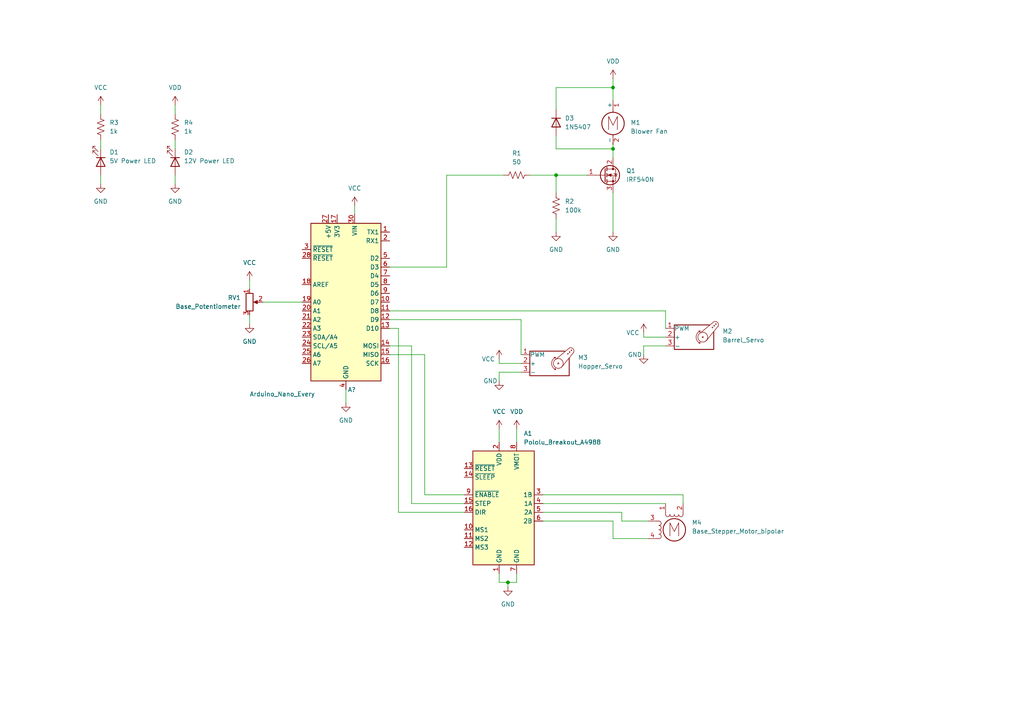
<source format=kicad_sch>
(kicad_sch (version 20211123) (generator eeschema)

  (uuid 55992e35-fe7b-468a-9b7a-1e4dc931b904)

  (paper "A4")

  (title_block
    (title "Fan Beer Pong Robot")
    (date "4/10/2022")
    (rev "1.0")
  )

  (lib_symbols
    (symbol "Device:LED" (pin_numbers hide) (pin_names (offset 1.016) hide) (in_bom yes) (on_board yes)
      (property "Reference" "D" (id 0) (at 0 2.54 0)
        (effects (font (size 1.27 1.27)))
      )
      (property "Value" "LED" (id 1) (at 0 -2.54 0)
        (effects (font (size 1.27 1.27)))
      )
      (property "Footprint" "" (id 2) (at 0 0 0)
        (effects (font (size 1.27 1.27)) hide)
      )
      (property "Datasheet" "~" (id 3) (at 0 0 0)
        (effects (font (size 1.27 1.27)) hide)
      )
      (property "ki_keywords" "LED diode" (id 4) (at 0 0 0)
        (effects (font (size 1.27 1.27)) hide)
      )
      (property "ki_description" "Light emitting diode" (id 5) (at 0 0 0)
        (effects (font (size 1.27 1.27)) hide)
      )
      (property "ki_fp_filters" "LED* LED_SMD:* LED_THT:*" (id 6) (at 0 0 0)
        (effects (font (size 1.27 1.27)) hide)
      )
      (symbol "LED_0_1"
        (polyline
          (pts
            (xy -1.27 -1.27)
            (xy -1.27 1.27)
          )
          (stroke (width 0.254) (type default) (color 0 0 0 0))
          (fill (type none))
        )
        (polyline
          (pts
            (xy -1.27 0)
            (xy 1.27 0)
          )
          (stroke (width 0) (type default) (color 0 0 0 0))
          (fill (type none))
        )
        (polyline
          (pts
            (xy 1.27 -1.27)
            (xy 1.27 1.27)
            (xy -1.27 0)
            (xy 1.27 -1.27)
          )
          (stroke (width 0.254) (type default) (color 0 0 0 0))
          (fill (type none))
        )
        (polyline
          (pts
            (xy -3.048 -0.762)
            (xy -4.572 -2.286)
            (xy -3.81 -2.286)
            (xy -4.572 -2.286)
            (xy -4.572 -1.524)
          )
          (stroke (width 0) (type default) (color 0 0 0 0))
          (fill (type none))
        )
        (polyline
          (pts
            (xy -1.778 -0.762)
            (xy -3.302 -2.286)
            (xy -2.54 -2.286)
            (xy -3.302 -2.286)
            (xy -3.302 -1.524)
          )
          (stroke (width 0) (type default) (color 0 0 0 0))
          (fill (type none))
        )
      )
      (symbol "LED_1_1"
        (pin passive line (at -3.81 0 0) (length 2.54)
          (name "K" (effects (font (size 1.27 1.27))))
          (number "1" (effects (font (size 1.27 1.27))))
        )
        (pin passive line (at 3.81 0 180) (length 2.54)
          (name "A" (effects (font (size 1.27 1.27))))
          (number "2" (effects (font (size 1.27 1.27))))
        )
      )
    )
    (symbol "Device:R_Potentiometer" (pin_names (offset 1.016) hide) (in_bom yes) (on_board yes)
      (property "Reference" "RV" (id 0) (at -4.445 0 90)
        (effects (font (size 1.27 1.27)))
      )
      (property "Value" "R_Potentiometer" (id 1) (at -2.54 0 90)
        (effects (font (size 1.27 1.27)))
      )
      (property "Footprint" "" (id 2) (at 0 0 0)
        (effects (font (size 1.27 1.27)) hide)
      )
      (property "Datasheet" "~" (id 3) (at 0 0 0)
        (effects (font (size 1.27 1.27)) hide)
      )
      (property "ki_keywords" "resistor variable" (id 4) (at 0 0 0)
        (effects (font (size 1.27 1.27)) hide)
      )
      (property "ki_description" "Potentiometer" (id 5) (at 0 0 0)
        (effects (font (size 1.27 1.27)) hide)
      )
      (property "ki_fp_filters" "Potentiometer*" (id 6) (at 0 0 0)
        (effects (font (size 1.27 1.27)) hide)
      )
      (symbol "R_Potentiometer_0_1"
        (polyline
          (pts
            (xy 2.54 0)
            (xy 1.524 0)
          )
          (stroke (width 0) (type default) (color 0 0 0 0))
          (fill (type none))
        )
        (polyline
          (pts
            (xy 1.143 0)
            (xy 2.286 0.508)
            (xy 2.286 -0.508)
            (xy 1.143 0)
          )
          (stroke (width 0) (type default) (color 0 0 0 0))
          (fill (type outline))
        )
        (rectangle (start 1.016 2.54) (end -1.016 -2.54)
          (stroke (width 0.254) (type default) (color 0 0 0 0))
          (fill (type none))
        )
      )
      (symbol "R_Potentiometer_1_1"
        (pin passive line (at 0 3.81 270) (length 1.27)
          (name "1" (effects (font (size 1.27 1.27))))
          (number "1" (effects (font (size 1.27 1.27))))
        )
        (pin passive line (at 3.81 0 180) (length 1.27)
          (name "2" (effects (font (size 1.27 1.27))))
          (number "2" (effects (font (size 1.27 1.27))))
        )
        (pin passive line (at 0 -3.81 90) (length 1.27)
          (name "3" (effects (font (size 1.27 1.27))))
          (number "3" (effects (font (size 1.27 1.27))))
        )
      )
    )
    (symbol "Device:R_US" (pin_numbers hide) (pin_names (offset 0)) (in_bom yes) (on_board yes)
      (property "Reference" "R" (id 0) (at 2.54 0 90)
        (effects (font (size 1.27 1.27)))
      )
      (property "Value" "R_US" (id 1) (at -2.54 0 90)
        (effects (font (size 1.27 1.27)))
      )
      (property "Footprint" "" (id 2) (at 1.016 -0.254 90)
        (effects (font (size 1.27 1.27)) hide)
      )
      (property "Datasheet" "~" (id 3) (at 0 0 0)
        (effects (font (size 1.27 1.27)) hide)
      )
      (property "ki_keywords" "R res resistor" (id 4) (at 0 0 0)
        (effects (font (size 1.27 1.27)) hide)
      )
      (property "ki_description" "Resistor, US symbol" (id 5) (at 0 0 0)
        (effects (font (size 1.27 1.27)) hide)
      )
      (property "ki_fp_filters" "R_*" (id 6) (at 0 0 0)
        (effects (font (size 1.27 1.27)) hide)
      )
      (symbol "R_US_0_1"
        (polyline
          (pts
            (xy 0 -2.286)
            (xy 0 -2.54)
          )
          (stroke (width 0) (type default) (color 0 0 0 0))
          (fill (type none))
        )
        (polyline
          (pts
            (xy 0 2.286)
            (xy 0 2.54)
          )
          (stroke (width 0) (type default) (color 0 0 0 0))
          (fill (type none))
        )
        (polyline
          (pts
            (xy 0 -0.762)
            (xy 1.016 -1.143)
            (xy 0 -1.524)
            (xy -1.016 -1.905)
            (xy 0 -2.286)
          )
          (stroke (width 0) (type default) (color 0 0 0 0))
          (fill (type none))
        )
        (polyline
          (pts
            (xy 0 0.762)
            (xy 1.016 0.381)
            (xy 0 0)
            (xy -1.016 -0.381)
            (xy 0 -0.762)
          )
          (stroke (width 0) (type default) (color 0 0 0 0))
          (fill (type none))
        )
        (polyline
          (pts
            (xy 0 2.286)
            (xy 1.016 1.905)
            (xy 0 1.524)
            (xy -1.016 1.143)
            (xy 0 0.762)
          )
          (stroke (width 0) (type default) (color 0 0 0 0))
          (fill (type none))
        )
      )
      (symbol "R_US_1_1"
        (pin passive line (at 0 3.81 270) (length 1.27)
          (name "~" (effects (font (size 1.27 1.27))))
          (number "1" (effects (font (size 1.27 1.27))))
        )
        (pin passive line (at 0 -3.81 90) (length 1.27)
          (name "~" (effects (font (size 1.27 1.27))))
          (number "2" (effects (font (size 1.27 1.27))))
        )
      )
    )
    (symbol "Diode:1N5407" (pin_numbers hide) (pin_names (offset 1.016) hide) (in_bom yes) (on_board yes)
      (property "Reference" "D" (id 0) (at 0 2.54 0)
        (effects (font (size 1.27 1.27)))
      )
      (property "Value" "1N5407" (id 1) (at 0 -2.54 0)
        (effects (font (size 1.27 1.27)))
      )
      (property "Footprint" "Diode_THT:D_DO-201AD_P15.24mm_Horizontal" (id 2) (at 0 -4.445 0)
        (effects (font (size 1.27 1.27)) hide)
      )
      (property "Datasheet" "http://www.vishay.com/docs/88516/1n5400.pdf" (id 3) (at 0 0 0)
        (effects (font (size 1.27 1.27)) hide)
      )
      (property "ki_keywords" "diode" (id 4) (at 0 0 0)
        (effects (font (size 1.27 1.27)) hide)
      )
      (property "ki_description" "800V 3A General Purpose Rectifier Diode, DO-201AD" (id 5) (at 0 0 0)
        (effects (font (size 1.27 1.27)) hide)
      )
      (property "ki_fp_filters" "D*DO?201AD*" (id 6) (at 0 0 0)
        (effects (font (size 1.27 1.27)) hide)
      )
      (symbol "1N5407_0_1"
        (polyline
          (pts
            (xy -1.27 1.27)
            (xy -1.27 -1.27)
          )
          (stroke (width 0.254) (type default) (color 0 0 0 0))
          (fill (type none))
        )
        (polyline
          (pts
            (xy 1.27 0)
            (xy -1.27 0)
          )
          (stroke (width 0) (type default) (color 0 0 0 0))
          (fill (type none))
        )
        (polyline
          (pts
            (xy 1.27 1.27)
            (xy 1.27 -1.27)
            (xy -1.27 0)
            (xy 1.27 1.27)
          )
          (stroke (width 0.254) (type default) (color 0 0 0 0))
          (fill (type none))
        )
      )
      (symbol "1N5407_1_1"
        (pin passive line (at -3.81 0 0) (length 2.54)
          (name "K" (effects (font (size 1.27 1.27))))
          (number "1" (effects (font (size 1.27 1.27))))
        )
        (pin passive line (at 3.81 0 180) (length 2.54)
          (name "A" (effects (font (size 1.27 1.27))))
          (number "2" (effects (font (size 1.27 1.27))))
        )
      )
    )
    (symbol "Driver_Motor:Pololu_Breakout_A4988" (in_bom yes) (on_board yes)
      (property "Reference" "A" (id 0) (at -2.54 19.05 0)
        (effects (font (size 1.27 1.27)) (justify right))
      )
      (property "Value" "Pololu_Breakout_A4988" (id 1) (at -2.54 16.51 0)
        (effects (font (size 1.27 1.27)) (justify right))
      )
      (property "Footprint" "Module:Pololu_Breakout-16_15.2x20.3mm" (id 2) (at 6.985 -19.05 0)
        (effects (font (size 1.27 1.27)) (justify left) hide)
      )
      (property "Datasheet" "https://www.pololu.com/product/2980/pictures" (id 3) (at 2.54 -7.62 0)
        (effects (font (size 1.27 1.27)) hide)
      )
      (property "ki_keywords" "Pololu Breakout Board Stepper Driver A4988" (id 4) (at 0 0 0)
        (effects (font (size 1.27 1.27)) hide)
      )
      (property "ki_description" "Pololu Breakout Board, Stepper Driver A4988" (id 5) (at 0 0 0)
        (effects (font (size 1.27 1.27)) hide)
      )
      (property "ki_fp_filters" "Pololu*Breakout*15.2x20.3mm*" (id 6) (at 0 0 0)
        (effects (font (size 1.27 1.27)) hide)
      )
      (symbol "Pololu_Breakout_A4988_0_1"
        (rectangle (start 10.16 -17.78) (end -7.62 15.24)
          (stroke (width 0.254) (type default) (color 0 0 0 0))
          (fill (type background))
        )
      )
      (symbol "Pololu_Breakout_A4988_1_1"
        (pin power_in line (at 0 -20.32 90) (length 2.54)
          (name "GND" (effects (font (size 1.27 1.27))))
          (number "1" (effects (font (size 1.27 1.27))))
        )
        (pin input line (at -10.16 -7.62 0) (length 2.54)
          (name "MS1" (effects (font (size 1.27 1.27))))
          (number "10" (effects (font (size 1.27 1.27))))
        )
        (pin input line (at -10.16 -10.16 0) (length 2.54)
          (name "MS2" (effects (font (size 1.27 1.27))))
          (number "11" (effects (font (size 1.27 1.27))))
        )
        (pin input line (at -10.16 -12.7 0) (length 2.54)
          (name "MS3" (effects (font (size 1.27 1.27))))
          (number "12" (effects (font (size 1.27 1.27))))
        )
        (pin input line (at -10.16 10.16 0) (length 2.54)
          (name "~{RESET}" (effects (font (size 1.27 1.27))))
          (number "13" (effects (font (size 1.27 1.27))))
        )
        (pin input line (at -10.16 7.62 0) (length 2.54)
          (name "~{SLEEP}" (effects (font (size 1.27 1.27))))
          (number "14" (effects (font (size 1.27 1.27))))
        )
        (pin input line (at -10.16 0 0) (length 2.54)
          (name "STEP" (effects (font (size 1.27 1.27))))
          (number "15" (effects (font (size 1.27 1.27))))
        )
        (pin input line (at -10.16 -2.54 0) (length 2.54)
          (name "DIR" (effects (font (size 1.27 1.27))))
          (number "16" (effects (font (size 1.27 1.27))))
        )
        (pin power_in line (at 0 17.78 270) (length 2.54)
          (name "VDD" (effects (font (size 1.27 1.27))))
          (number "2" (effects (font (size 1.27 1.27))))
        )
        (pin output line (at 12.7 2.54 180) (length 2.54)
          (name "1B" (effects (font (size 1.27 1.27))))
          (number "3" (effects (font (size 1.27 1.27))))
        )
        (pin output line (at 12.7 0 180) (length 2.54)
          (name "1A" (effects (font (size 1.27 1.27))))
          (number "4" (effects (font (size 1.27 1.27))))
        )
        (pin output line (at 12.7 -2.54 180) (length 2.54)
          (name "2A" (effects (font (size 1.27 1.27))))
          (number "5" (effects (font (size 1.27 1.27))))
        )
        (pin output line (at 12.7 -5.08 180) (length 2.54)
          (name "2B" (effects (font (size 1.27 1.27))))
          (number "6" (effects (font (size 1.27 1.27))))
        )
        (pin power_in line (at 5.08 -20.32 90) (length 2.54)
          (name "GND" (effects (font (size 1.27 1.27))))
          (number "7" (effects (font (size 1.27 1.27))))
        )
        (pin power_in line (at 5.08 17.78 270) (length 2.54)
          (name "VMOT" (effects (font (size 1.27 1.27))))
          (number "8" (effects (font (size 1.27 1.27))))
        )
        (pin input line (at -10.16 2.54 0) (length 2.54)
          (name "~{ENABLE}" (effects (font (size 1.27 1.27))))
          (number "9" (effects (font (size 1.27 1.27))))
        )
      )
    )
    (symbol "MCU_Module:Arduino_Nano_Every" (in_bom yes) (on_board yes)
      (property "Reference" "A" (id 0) (at -10.16 23.495 0)
        (effects (font (size 1.27 1.27)) (justify left bottom))
      )
      (property "Value" "Arduino_Nano_Every" (id 1) (at 5.08 -24.13 0)
        (effects (font (size 1.27 1.27)) (justify left top))
      )
      (property "Footprint" "Module:Arduino_Nano" (id 2) (at 0 0 0)
        (effects (font (size 1.27 1.27) italic) hide)
      )
      (property "Datasheet" "https://content.arduino.cc/assets/NANOEveryV3.0_sch.pdf" (id 3) (at 0 0 0)
        (effects (font (size 1.27 1.27)) hide)
      )
      (property "ki_keywords" "Arduino nano microcontroller module USB UPDI AATMega4809 AVR" (id 4) (at 0 0 0)
        (effects (font (size 1.27 1.27)) hide)
      )
      (property "ki_description" "Arduino Nano Every" (id 5) (at 0 0 0)
        (effects (font (size 1.27 1.27)) hide)
      )
      (property "ki_fp_filters" "Arduino*Nano*" (id 6) (at 0 0 0)
        (effects (font (size 1.27 1.27)) hide)
      )
      (symbol "Arduino_Nano_Every_0_1"
        (rectangle (start -10.16 22.86) (end 10.16 -22.86)
          (stroke (width 0.254) (type default) (color 0 0 0 0))
          (fill (type background))
        )
      )
      (symbol "Arduino_Nano_Every_1_1"
        (pin bidirectional line (at -12.7 20.32 0) (length 2.54)
          (name "TX1" (effects (font (size 1.27 1.27))))
          (number "1" (effects (font (size 1.27 1.27))))
        )
        (pin bidirectional line (at -12.7 0 0) (length 2.54)
          (name "D7" (effects (font (size 1.27 1.27))))
          (number "10" (effects (font (size 1.27 1.27))))
        )
        (pin bidirectional line (at -12.7 -2.54 0) (length 2.54)
          (name "D8" (effects (font (size 1.27 1.27))))
          (number "11" (effects (font (size 1.27 1.27))))
        )
        (pin bidirectional line (at -12.7 -5.08 0) (length 2.54)
          (name "D9" (effects (font (size 1.27 1.27))))
          (number "12" (effects (font (size 1.27 1.27))))
        )
        (pin bidirectional line (at -12.7 -7.62 0) (length 2.54)
          (name "D10" (effects (font (size 1.27 1.27))))
          (number "13" (effects (font (size 1.27 1.27))))
        )
        (pin bidirectional line (at -12.7 -12.7 0) (length 2.54)
          (name "MOSI" (effects (font (size 1.27 1.27))))
          (number "14" (effects (font (size 1.27 1.27))))
        )
        (pin bidirectional line (at -12.7 -15.24 0) (length 2.54)
          (name "MISO" (effects (font (size 1.27 1.27))))
          (number "15" (effects (font (size 1.27 1.27))))
        )
        (pin bidirectional line (at -12.7 -17.78 0) (length 2.54)
          (name "SCK" (effects (font (size 1.27 1.27))))
          (number "16" (effects (font (size 1.27 1.27))))
        )
        (pin power_out line (at 2.54 25.4 270) (length 2.54)
          (name "3V3" (effects (font (size 1.27 1.27))))
          (number "17" (effects (font (size 1.27 1.27))))
        )
        (pin input line (at 12.7 5.08 180) (length 2.54)
          (name "AREF" (effects (font (size 1.27 1.27))))
          (number "18" (effects (font (size 1.27 1.27))))
        )
        (pin bidirectional line (at 12.7 0 180) (length 2.54)
          (name "A0" (effects (font (size 1.27 1.27))))
          (number "19" (effects (font (size 1.27 1.27))))
        )
        (pin bidirectional line (at -12.7 17.78 0) (length 2.54)
          (name "RX1" (effects (font (size 1.27 1.27))))
          (number "2" (effects (font (size 1.27 1.27))))
        )
        (pin bidirectional line (at 12.7 -2.54 180) (length 2.54)
          (name "A1" (effects (font (size 1.27 1.27))))
          (number "20" (effects (font (size 1.27 1.27))))
        )
        (pin bidirectional line (at 12.7 -5.08 180) (length 2.54)
          (name "A2" (effects (font (size 1.27 1.27))))
          (number "21" (effects (font (size 1.27 1.27))))
        )
        (pin bidirectional line (at 12.7 -7.62 180) (length 2.54)
          (name "A3" (effects (font (size 1.27 1.27))))
          (number "22" (effects (font (size 1.27 1.27))))
        )
        (pin bidirectional line (at 12.7 -10.16 180) (length 2.54)
          (name "SDA/A4" (effects (font (size 1.27 1.27))))
          (number "23" (effects (font (size 1.27 1.27))))
        )
        (pin bidirectional line (at 12.7 -12.7 180) (length 2.54)
          (name "SCL/A5" (effects (font (size 1.27 1.27))))
          (number "24" (effects (font (size 1.27 1.27))))
        )
        (pin bidirectional line (at 12.7 -15.24 180) (length 2.54)
          (name "A6" (effects (font (size 1.27 1.27))))
          (number "25" (effects (font (size 1.27 1.27))))
        )
        (pin bidirectional line (at 12.7 -17.78 180) (length 2.54)
          (name "A7" (effects (font (size 1.27 1.27))))
          (number "26" (effects (font (size 1.27 1.27))))
        )
        (pin power_out line (at 5.08 25.4 270) (length 2.54)
          (name "+5V" (effects (font (size 1.27 1.27))))
          (number "27" (effects (font (size 1.27 1.27))))
        )
        (pin input line (at 12.7 12.7 180) (length 2.54)
          (name "~{RESET}" (effects (font (size 1.27 1.27))))
          (number "28" (effects (font (size 1.27 1.27))))
        )
        (pin passive line (at 0 -25.4 90) (length 2.54) hide
          (name "GND" (effects (font (size 1.27 1.27))))
          (number "29" (effects (font (size 1.27 1.27))))
        )
        (pin input line (at 12.7 15.24 180) (length 2.54)
          (name "~{RESET}" (effects (font (size 1.27 1.27))))
          (number "3" (effects (font (size 1.27 1.27))))
        )
        (pin power_in line (at -2.54 25.4 270) (length 2.54)
          (name "VIN" (effects (font (size 1.27 1.27))))
          (number "30" (effects (font (size 1.27 1.27))))
        )
        (pin power_in line (at 0 -25.4 90) (length 2.54)
          (name "GND" (effects (font (size 1.27 1.27))))
          (number "4" (effects (font (size 1.27 1.27))))
        )
        (pin bidirectional line (at -12.7 12.7 0) (length 2.54)
          (name "D2" (effects (font (size 1.27 1.27))))
          (number "5" (effects (font (size 1.27 1.27))))
        )
        (pin bidirectional line (at -12.7 10.16 0) (length 2.54)
          (name "D3" (effects (font (size 1.27 1.27))))
          (number "6" (effects (font (size 1.27 1.27))))
        )
        (pin bidirectional line (at -12.7 7.62 0) (length 2.54)
          (name "D4" (effects (font (size 1.27 1.27))))
          (number "7" (effects (font (size 1.27 1.27))))
        )
        (pin bidirectional line (at -12.7 5.08 0) (length 2.54)
          (name "D5" (effects (font (size 1.27 1.27))))
          (number "8" (effects (font (size 1.27 1.27))))
        )
        (pin bidirectional line (at -12.7 2.54 0) (length 2.54)
          (name "D6" (effects (font (size 1.27 1.27))))
          (number "9" (effects (font (size 1.27 1.27))))
        )
      )
    )
    (symbol "Motor:Motor_DC" (pin_names (offset 0)) (in_bom yes) (on_board yes)
      (property "Reference" "M" (id 0) (at 2.54 2.54 0)
        (effects (font (size 1.27 1.27)) (justify left))
      )
      (property "Value" "Motor_DC" (id 1) (at 2.54 -5.08 0)
        (effects (font (size 1.27 1.27)) (justify left top))
      )
      (property "Footprint" "" (id 2) (at 0 -2.286 0)
        (effects (font (size 1.27 1.27)) hide)
      )
      (property "Datasheet" "~" (id 3) (at 0 -2.286 0)
        (effects (font (size 1.27 1.27)) hide)
      )
      (property "ki_keywords" "DC Motor" (id 4) (at 0 0 0)
        (effects (font (size 1.27 1.27)) hide)
      )
      (property "ki_description" "DC Motor" (id 5) (at 0 0 0)
        (effects (font (size 1.27 1.27)) hide)
      )
      (property "ki_fp_filters" "PinHeader*P2.54mm* TerminalBlock*" (id 6) (at 0 0 0)
        (effects (font (size 1.27 1.27)) hide)
      )
      (symbol "Motor_DC_0_0"
        (polyline
          (pts
            (xy -1.27 -3.302)
            (xy -1.27 0.508)
            (xy 0 -2.032)
            (xy 1.27 0.508)
            (xy 1.27 -3.302)
          )
          (stroke (width 0) (type default) (color 0 0 0 0))
          (fill (type none))
        )
      )
      (symbol "Motor_DC_0_1"
        (circle (center 0 -1.524) (radius 3.2512)
          (stroke (width 0.254) (type default) (color 0 0 0 0))
          (fill (type none))
        )
        (polyline
          (pts
            (xy 0 -7.62)
            (xy 0 -7.112)
          )
          (stroke (width 0) (type default) (color 0 0 0 0))
          (fill (type none))
        )
        (polyline
          (pts
            (xy 0 -4.7752)
            (xy 0 -5.1816)
          )
          (stroke (width 0) (type default) (color 0 0 0 0))
          (fill (type none))
        )
        (polyline
          (pts
            (xy 0 1.7272)
            (xy 0 2.0828)
          )
          (stroke (width 0) (type default) (color 0 0 0 0))
          (fill (type none))
        )
        (polyline
          (pts
            (xy 0 2.032)
            (xy 0 2.54)
          )
          (stroke (width 0) (type default) (color 0 0 0 0))
          (fill (type none))
        )
      )
      (symbol "Motor_DC_1_1"
        (pin passive line (at 0 5.08 270) (length 2.54)
          (name "+" (effects (font (size 1.27 1.27))))
          (number "1" (effects (font (size 1.27 1.27))))
        )
        (pin passive line (at 0 -7.62 90) (length 2.54)
          (name "-" (effects (font (size 1.27 1.27))))
          (number "2" (effects (font (size 1.27 1.27))))
        )
      )
    )
    (symbol "Motor:Motor_Servo" (pin_names (offset 0.0254)) (in_bom yes) (on_board yes)
      (property "Reference" "M" (id 0) (at -5.08 4.445 0)
        (effects (font (size 1.27 1.27)) (justify left))
      )
      (property "Value" "Motor_Servo" (id 1) (at -5.08 -4.064 0)
        (effects (font (size 1.27 1.27)) (justify left top))
      )
      (property "Footprint" "" (id 2) (at 0 -4.826 0)
        (effects (font (size 1.27 1.27)) hide)
      )
      (property "Datasheet" "http://forums.parallax.com/uploads/attachments/46831/74481.png" (id 3) (at 0 -4.826 0)
        (effects (font (size 1.27 1.27)) hide)
      )
      (property "ki_keywords" "Servo Motor" (id 4) (at 0 0 0)
        (effects (font (size 1.27 1.27)) hide)
      )
      (property "ki_description" "Servo Motor (Futaba, HiTec, JR connector)" (id 5) (at 0 0 0)
        (effects (font (size 1.27 1.27)) hide)
      )
      (property "ki_fp_filters" "PinHeader*P2.54mm*" (id 6) (at 0 0 0)
        (effects (font (size 1.27 1.27)) hide)
      )
      (symbol "Motor_Servo_0_1"
        (polyline
          (pts
            (xy 2.413 -1.778)
            (xy 2.032 -1.778)
          )
          (stroke (width 0) (type default) (color 0 0 0 0))
          (fill (type none))
        )
        (polyline
          (pts
            (xy 2.413 -1.778)
            (xy 2.286 -1.397)
          )
          (stroke (width 0) (type default) (color 0 0 0 0))
          (fill (type none))
        )
        (polyline
          (pts
            (xy 2.413 1.778)
            (xy 1.905 1.778)
          )
          (stroke (width 0) (type default) (color 0 0 0 0))
          (fill (type none))
        )
        (polyline
          (pts
            (xy 2.413 1.778)
            (xy 2.286 1.397)
          )
          (stroke (width 0) (type default) (color 0 0 0 0))
          (fill (type none))
        )
        (polyline
          (pts
            (xy 6.35 4.445)
            (xy 2.54 1.27)
          )
          (stroke (width 0) (type default) (color 0 0 0 0))
          (fill (type none))
        )
        (polyline
          (pts
            (xy 7.62 3.175)
            (xy 4.191 -1.016)
          )
          (stroke (width 0) (type default) (color 0 0 0 0))
          (fill (type none))
        )
        (polyline
          (pts
            (xy 5.08 3.556)
            (xy -5.08 3.556)
            (xy -5.08 -3.556)
            (xy 6.35 -3.556)
            (xy 6.35 1.524)
          )
          (stroke (width 0.254) (type default) (color 0 0 0 0))
          (fill (type none))
        )
        (arc (start 2.413 1.778) (mid 1.2406 0) (end 2.413 -1.778)
          (stroke (width 0) (type default) (color 0 0 0 0))
          (fill (type none))
        )
        (circle (center 3.175 0) (radius 0.1778)
          (stroke (width 0) (type default) (color 0 0 0 0))
          (fill (type none))
        )
        (circle (center 3.175 0) (radius 1.4224)
          (stroke (width 0) (type default) (color 0 0 0 0))
          (fill (type none))
        )
        (circle (center 5.969 2.794) (radius 0.127)
          (stroke (width 0) (type default) (color 0 0 0 0))
          (fill (type none))
        )
        (circle (center 6.477 3.302) (radius 0.127)
          (stroke (width 0) (type default) (color 0 0 0 0))
          (fill (type none))
        )
        (circle (center 6.985 3.81) (radius 0.127)
          (stroke (width 0) (type default) (color 0 0 0 0))
          (fill (type none))
        )
        (arc (start 7.62 3.175) (mid 7.4485 4.2735) (end 6.35 4.445)
          (stroke (width 0) (type default) (color 0 0 0 0))
          (fill (type none))
        )
      )
      (symbol "Motor_Servo_1_1"
        (pin passive line (at -7.62 2.54 0) (length 2.54)
          (name "PWM" (effects (font (size 1.27 1.27))))
          (number "1" (effects (font (size 1.27 1.27))))
        )
        (pin passive line (at -7.62 0 0) (length 2.54)
          (name "+" (effects (font (size 1.27 1.27))))
          (number "2" (effects (font (size 1.27 1.27))))
        )
        (pin passive line (at -7.62 -2.54 0) (length 2.54)
          (name "-" (effects (font (size 1.27 1.27))))
          (number "3" (effects (font (size 1.27 1.27))))
        )
      )
    )
    (symbol "Motor:Stepper_Motor_bipolar" (pin_names (offset 0) hide) (in_bom yes) (on_board yes)
      (property "Reference" "M" (id 0) (at 3.81 2.54 0)
        (effects (font (size 1.27 1.27)) (justify left))
      )
      (property "Value" "Stepper_Motor_bipolar" (id 1) (at 3.81 1.27 0)
        (effects (font (size 1.27 1.27)) (justify left top))
      )
      (property "Footprint" "" (id 2) (at 0.254 -0.254 0)
        (effects (font (size 1.27 1.27)) hide)
      )
      (property "Datasheet" "http://www.infineon.com/dgdl/Application-Note-TLE8110EE_driving_UniPolarStepperMotor_V1.1.pdf?fileId=db3a30431be39b97011be5d0aa0a00b0" (id 3) (at 0.254 -0.254 0)
        (effects (font (size 1.27 1.27)) hide)
      )
      (property "ki_keywords" "bipolar stepper motor" (id 4) (at 0 0 0)
        (effects (font (size 1.27 1.27)) hide)
      )
      (property "ki_description" "4-wire bipolar stepper motor" (id 5) (at 0 0 0)
        (effects (font (size 1.27 1.27)) hide)
      )
      (property "ki_fp_filters" "PinHeader*P2.54mm*Vertical* TerminalBlock* Motor*" (id 6) (at 0 0 0)
        (effects (font (size 1.27 1.27)) hide)
      )
      (symbol "Stepper_Motor_bipolar_0_0"
        (polyline
          (pts
            (xy -1.27 -1.778)
            (xy -1.27 2.032)
            (xy 0 -0.508)
            (xy 1.27 2.032)
            (xy 1.27 -1.778)
          )
          (stroke (width 0) (type default) (color 0 0 0 0))
          (fill (type none))
        )
      )
      (symbol "Stepper_Motor_bipolar_0_1"
        (arc (start -4.445 -2.54) (mid -3.81 -1.905) (end -4.445 -1.27)
          (stroke (width 0) (type default) (color 0 0 0 0))
          (fill (type none))
        )
        (arc (start -4.445 -1.27) (mid -3.81 -0.635) (end -4.445 0)
          (stroke (width 0) (type default) (color 0 0 0 0))
          (fill (type none))
        )
        (arc (start -4.445 0) (mid -3.81 0.635) (end -4.445 1.27)
          (stroke (width 0) (type default) (color 0 0 0 0))
          (fill (type none))
        )
        (arc (start -4.445 1.27) (mid -3.81 1.905) (end -4.445 2.54)
          (stroke (width 0) (type default) (color 0 0 0 0))
          (fill (type none))
        )
        (arc (start -2.54 4.445) (mid -1.905 3.81) (end -1.27 4.445)
          (stroke (width 0) (type default) (color 0 0 0 0))
          (fill (type none))
        )
        (arc (start -1.27 4.445) (mid -0.635 3.81) (end 0 4.445)
          (stroke (width 0) (type default) (color 0 0 0 0))
          (fill (type none))
        )
        (polyline
          (pts
            (xy -5.08 -2.54)
            (xy -4.445 -2.54)
          )
          (stroke (width 0) (type default) (color 0 0 0 0))
          (fill (type none))
        )
        (polyline
          (pts
            (xy -5.08 2.54)
            (xy -4.445 2.54)
          )
          (stroke (width 0) (type default) (color 0 0 0 0))
          (fill (type none))
        )
        (polyline
          (pts
            (xy -2.54 5.08)
            (xy -2.54 4.445)
          )
          (stroke (width 0) (type default) (color 0 0 0 0))
          (fill (type none))
        )
        (polyline
          (pts
            (xy 2.54 5.08)
            (xy 2.54 4.445)
          )
          (stroke (width 0) (type default) (color 0 0 0 0))
          (fill (type none))
        )
        (circle (center 0 0) (radius 3.2512)
          (stroke (width 0.254) (type default) (color 0 0 0 0))
          (fill (type none))
        )
        (arc (start 0 4.445) (mid 0.635 3.81) (end 1.27 4.445)
          (stroke (width 0) (type default) (color 0 0 0 0))
          (fill (type none))
        )
        (arc (start 1.27 4.445) (mid 1.905 3.81) (end 2.54 4.445)
          (stroke (width 0) (type default) (color 0 0 0 0))
          (fill (type none))
        )
      )
      (symbol "Stepper_Motor_bipolar_1_1"
        (pin passive line (at -2.54 7.62 270) (length 2.54)
          (name "~" (effects (font (size 1.27 1.27))))
          (number "1" (effects (font (size 1.27 1.27))))
        )
        (pin passive line (at 2.54 7.62 270) (length 2.54)
          (name "-" (effects (font (size 1.27 1.27))))
          (number "2" (effects (font (size 1.27 1.27))))
        )
        (pin passive line (at -7.62 2.54 0) (length 2.54)
          (name "~" (effects (font (size 1.27 1.27))))
          (number "3" (effects (font (size 1.27 1.27))))
        )
        (pin passive line (at -7.62 -2.54 0) (length 2.54)
          (name "~" (effects (font (size 1.27 1.27))))
          (number "4" (effects (font (size 1.27 1.27))))
        )
      )
    )
    (symbol "Transistor_FET:IRF540N" (pin_names hide) (in_bom yes) (on_board yes)
      (property "Reference" "Q" (id 0) (at 6.35 1.905 0)
        (effects (font (size 1.27 1.27)) (justify left))
      )
      (property "Value" "IRF540N" (id 1) (at 6.35 0 0)
        (effects (font (size 1.27 1.27)) (justify left))
      )
      (property "Footprint" "Package_TO_SOT_THT:TO-220-3_Vertical" (id 2) (at 6.35 -1.905 0)
        (effects (font (size 1.27 1.27) italic) (justify left) hide)
      )
      (property "Datasheet" "http://www.irf.com/product-info/datasheets/data/irf540n.pdf" (id 3) (at 0 0 0)
        (effects (font (size 1.27 1.27)) (justify left) hide)
      )
      (property "ki_keywords" "HEXFET N-Channel MOSFET" (id 4) (at 0 0 0)
        (effects (font (size 1.27 1.27)) hide)
      )
      (property "ki_description" "33A Id, 100V Vds, HEXFET N-Channel MOSFET, TO-220" (id 5) (at 0 0 0)
        (effects (font (size 1.27 1.27)) hide)
      )
      (property "ki_fp_filters" "TO?220*" (id 6) (at 0 0 0)
        (effects (font (size 1.27 1.27)) hide)
      )
      (symbol "IRF540N_0_1"
        (polyline
          (pts
            (xy 0.254 0)
            (xy -2.54 0)
          )
          (stroke (width 0) (type default) (color 0 0 0 0))
          (fill (type none))
        )
        (polyline
          (pts
            (xy 0.254 1.905)
            (xy 0.254 -1.905)
          )
          (stroke (width 0.254) (type default) (color 0 0 0 0))
          (fill (type none))
        )
        (polyline
          (pts
            (xy 0.762 -1.27)
            (xy 0.762 -2.286)
          )
          (stroke (width 0.254) (type default) (color 0 0 0 0))
          (fill (type none))
        )
        (polyline
          (pts
            (xy 0.762 0.508)
            (xy 0.762 -0.508)
          )
          (stroke (width 0.254) (type default) (color 0 0 0 0))
          (fill (type none))
        )
        (polyline
          (pts
            (xy 0.762 2.286)
            (xy 0.762 1.27)
          )
          (stroke (width 0.254) (type default) (color 0 0 0 0))
          (fill (type none))
        )
        (polyline
          (pts
            (xy 2.54 2.54)
            (xy 2.54 1.778)
          )
          (stroke (width 0) (type default) (color 0 0 0 0))
          (fill (type none))
        )
        (polyline
          (pts
            (xy 2.54 -2.54)
            (xy 2.54 0)
            (xy 0.762 0)
          )
          (stroke (width 0) (type default) (color 0 0 0 0))
          (fill (type none))
        )
        (polyline
          (pts
            (xy 0.762 -1.778)
            (xy 3.302 -1.778)
            (xy 3.302 1.778)
            (xy 0.762 1.778)
          )
          (stroke (width 0) (type default) (color 0 0 0 0))
          (fill (type none))
        )
        (polyline
          (pts
            (xy 1.016 0)
            (xy 2.032 0.381)
            (xy 2.032 -0.381)
            (xy 1.016 0)
          )
          (stroke (width 0) (type default) (color 0 0 0 0))
          (fill (type outline))
        )
        (polyline
          (pts
            (xy 2.794 0.508)
            (xy 2.921 0.381)
            (xy 3.683 0.381)
            (xy 3.81 0.254)
          )
          (stroke (width 0) (type default) (color 0 0 0 0))
          (fill (type none))
        )
        (polyline
          (pts
            (xy 3.302 0.381)
            (xy 2.921 -0.254)
            (xy 3.683 -0.254)
            (xy 3.302 0.381)
          )
          (stroke (width 0) (type default) (color 0 0 0 0))
          (fill (type none))
        )
        (circle (center 1.651 0) (radius 2.794)
          (stroke (width 0.254) (type default) (color 0 0 0 0))
          (fill (type none))
        )
        (circle (center 2.54 -1.778) (radius 0.254)
          (stroke (width 0) (type default) (color 0 0 0 0))
          (fill (type outline))
        )
        (circle (center 2.54 1.778) (radius 0.254)
          (stroke (width 0) (type default) (color 0 0 0 0))
          (fill (type outline))
        )
      )
      (symbol "IRF540N_1_1"
        (pin input line (at -5.08 0 0) (length 2.54)
          (name "G" (effects (font (size 1.27 1.27))))
          (number "1" (effects (font (size 1.27 1.27))))
        )
        (pin passive line (at 2.54 5.08 270) (length 2.54)
          (name "D" (effects (font (size 1.27 1.27))))
          (number "2" (effects (font (size 1.27 1.27))))
        )
        (pin passive line (at 2.54 -5.08 90) (length 2.54)
          (name "S" (effects (font (size 1.27 1.27))))
          (number "3" (effects (font (size 1.27 1.27))))
        )
      )
    )
    (symbol "power:GND" (power) (pin_names (offset 0)) (in_bom yes) (on_board yes)
      (property "Reference" "#PWR" (id 0) (at 0 -6.35 0)
        (effects (font (size 1.27 1.27)) hide)
      )
      (property "Value" "GND" (id 1) (at 0 -3.81 0)
        (effects (font (size 1.27 1.27)))
      )
      (property "Footprint" "" (id 2) (at 0 0 0)
        (effects (font (size 1.27 1.27)) hide)
      )
      (property "Datasheet" "" (id 3) (at 0 0 0)
        (effects (font (size 1.27 1.27)) hide)
      )
      (property "ki_keywords" "power-flag" (id 4) (at 0 0 0)
        (effects (font (size 1.27 1.27)) hide)
      )
      (property "ki_description" "Power symbol creates a global label with name \"GND\" , ground" (id 5) (at 0 0 0)
        (effects (font (size 1.27 1.27)) hide)
      )
      (symbol "GND_0_1"
        (polyline
          (pts
            (xy 0 0)
            (xy 0 -1.27)
            (xy 1.27 -1.27)
            (xy 0 -2.54)
            (xy -1.27 -1.27)
            (xy 0 -1.27)
          )
          (stroke (width 0) (type default) (color 0 0 0 0))
          (fill (type none))
        )
      )
      (symbol "GND_1_1"
        (pin power_in line (at 0 0 270) (length 0) hide
          (name "GND" (effects (font (size 1.27 1.27))))
          (number "1" (effects (font (size 1.27 1.27))))
        )
      )
    )
    (symbol "power:VCC" (power) (pin_names (offset 0)) (in_bom yes) (on_board yes)
      (property "Reference" "#PWR" (id 0) (at 0 -3.81 0)
        (effects (font (size 1.27 1.27)) hide)
      )
      (property "Value" "VCC" (id 1) (at 0 3.81 0)
        (effects (font (size 1.27 1.27)))
      )
      (property "Footprint" "" (id 2) (at 0 0 0)
        (effects (font (size 1.27 1.27)) hide)
      )
      (property "Datasheet" "" (id 3) (at 0 0 0)
        (effects (font (size 1.27 1.27)) hide)
      )
      (property "ki_keywords" "power-flag" (id 4) (at 0 0 0)
        (effects (font (size 1.27 1.27)) hide)
      )
      (property "ki_description" "Power symbol creates a global label with name \"VCC\"" (id 5) (at 0 0 0)
        (effects (font (size 1.27 1.27)) hide)
      )
      (symbol "VCC_0_1"
        (polyline
          (pts
            (xy -0.762 1.27)
            (xy 0 2.54)
          )
          (stroke (width 0) (type default) (color 0 0 0 0))
          (fill (type none))
        )
        (polyline
          (pts
            (xy 0 0)
            (xy 0 2.54)
          )
          (stroke (width 0) (type default) (color 0 0 0 0))
          (fill (type none))
        )
        (polyline
          (pts
            (xy 0 2.54)
            (xy 0.762 1.27)
          )
          (stroke (width 0) (type default) (color 0 0 0 0))
          (fill (type none))
        )
      )
      (symbol "VCC_1_1"
        (pin power_in line (at 0 0 90) (length 0) hide
          (name "VCC" (effects (font (size 1.27 1.27))))
          (number "1" (effects (font (size 1.27 1.27))))
        )
      )
    )
    (symbol "power:VDD" (power) (pin_names (offset 0)) (in_bom yes) (on_board yes)
      (property "Reference" "#PWR" (id 0) (at 0 -3.81 0)
        (effects (font (size 1.27 1.27)) hide)
      )
      (property "Value" "VDD" (id 1) (at 0 3.81 0)
        (effects (font (size 1.27 1.27)))
      )
      (property "Footprint" "" (id 2) (at 0 0 0)
        (effects (font (size 1.27 1.27)) hide)
      )
      (property "Datasheet" "" (id 3) (at 0 0 0)
        (effects (font (size 1.27 1.27)) hide)
      )
      (property "ki_keywords" "power-flag" (id 4) (at 0 0 0)
        (effects (font (size 1.27 1.27)) hide)
      )
      (property "ki_description" "Power symbol creates a global label with name \"VDD\"" (id 5) (at 0 0 0)
        (effects (font (size 1.27 1.27)) hide)
      )
      (symbol "VDD_0_1"
        (polyline
          (pts
            (xy -0.762 1.27)
            (xy 0 2.54)
          )
          (stroke (width 0) (type default) (color 0 0 0 0))
          (fill (type none))
        )
        (polyline
          (pts
            (xy 0 0)
            (xy 0 2.54)
          )
          (stroke (width 0) (type default) (color 0 0 0 0))
          (fill (type none))
        )
        (polyline
          (pts
            (xy 0 2.54)
            (xy 0.762 1.27)
          )
          (stroke (width 0) (type default) (color 0 0 0 0))
          (fill (type none))
        )
      )
      (symbol "VDD_1_1"
        (pin power_in line (at 0 0 90) (length 0) hide
          (name "VDD" (effects (font (size 1.27 1.27))))
          (number "1" (effects (font (size 1.27 1.27))))
        )
      )
    )
  )

  (junction (at 177.8 43.18) (diameter 0) (color 0 0 0 0)
    (uuid 09aa5972-750d-4848-89a7-2cddfca03a72)
  )
  (junction (at 177.8 25.4) (diameter 0) (color 0 0 0 0)
    (uuid 2b43c5e5-0884-48ff-81f8-ba7017780bc0)
  )
  (junction (at 161.29 50.8) (diameter 0) (color 0 0 0 0)
    (uuid 54893f6d-152e-4d97-b93f-74b65319a82d)
  )
  (junction (at 147.32 168.91) (diameter 0) (color 0 0 0 0)
    (uuid bfcc6e19-3b19-4c01-9a06-f32120279e92)
  )

  (wire (pts (xy 72.39 81.28) (xy 72.39 83.82))
    (stroke (width 0) (type default) (color 0 0 0 0))
    (uuid 19aeaac7-f21a-4ba5-8e14-2b29e94ee19e)
  )
  (wire (pts (xy 123.19 143.51) (xy 134.62 143.51))
    (stroke (width 0) (type default) (color 0 0 0 0))
    (uuid 1d4560bf-3c59-4791-9357-2f01a84f012a)
  )
  (wire (pts (xy 161.29 25.4) (xy 177.8 25.4))
    (stroke (width 0) (type default) (color 0 0 0 0))
    (uuid 22c39967-0504-4f11-bf5e-570a75db5bee)
  )
  (wire (pts (xy 144.78 107.95) (xy 151.13 107.95))
    (stroke (width 0) (type default) (color 0 0 0 0))
    (uuid 264d55f6-a034-4e35-9a4b-d43bc413b409)
  )
  (wire (pts (xy 144.78 124.46) (xy 144.78 128.27))
    (stroke (width 0) (type default) (color 0 0 0 0))
    (uuid 338d8e83-39b4-4d24-a9d4-1c102275b8a7)
  )
  (wire (pts (xy 180.34 151.13) (xy 187.96 151.13))
    (stroke (width 0) (type default) (color 0 0 0 0))
    (uuid 3440ad54-7dd7-4953-8969-540f700af7fd)
  )
  (wire (pts (xy 186.69 100.33) (xy 193.04 100.33))
    (stroke (width 0) (type default) (color 0 0 0 0))
    (uuid 351e4c6b-aaad-437b-8619-b1f68df526e7)
  )
  (wire (pts (xy 144.78 105.41) (xy 151.13 105.41))
    (stroke (width 0) (type default) (color 0 0 0 0))
    (uuid 37d04adc-2f24-4cec-bf39-b6ad1dc22746)
  )
  (wire (pts (xy 149.86 166.37) (xy 149.86 168.91))
    (stroke (width 0) (type default) (color 0 0 0 0))
    (uuid 389ac9d3-4064-4a48-98b5-c0b8681d106c)
  )
  (wire (pts (xy 157.48 151.13) (xy 177.8 151.13))
    (stroke (width 0) (type default) (color 0 0 0 0))
    (uuid 38af037a-ce0c-408b-8c46-f5d12e806eef)
  )
  (wire (pts (xy 100.33 113.03) (xy 100.33 116.84))
    (stroke (width 0) (type default) (color 0 0 0 0))
    (uuid 43c3e258-8a06-4a3f-be81-d6d6d5c7ad8c)
  )
  (wire (pts (xy 50.8 30.48) (xy 50.8 33.02))
    (stroke (width 0) (type default) (color 0 0 0 0))
    (uuid 4410573c-a4e6-4328-87f9-1257370cad65)
  )
  (wire (pts (xy 113.03 77.47) (xy 129.54 77.47))
    (stroke (width 0) (type default) (color 0 0 0 0))
    (uuid 44c0207e-1936-4145-ac21-0e0e3719951d)
  )
  (wire (pts (xy 157.48 146.05) (xy 193.04 146.05))
    (stroke (width 0) (type default) (color 0 0 0 0))
    (uuid 4a4d99ed-a64d-4a12-9c9e-b95250569720)
  )
  (wire (pts (xy 153.67 50.8) (xy 161.29 50.8))
    (stroke (width 0) (type default) (color 0 0 0 0))
    (uuid 4b51c4a5-ac63-404a-90c7-1b15c3047038)
  )
  (wire (pts (xy 113.03 95.25) (xy 115.57 95.25))
    (stroke (width 0) (type default) (color 0 0 0 0))
    (uuid 4cc8bce8-fce3-4879-81d0-6d4c466ceffd)
  )
  (wire (pts (xy 29.21 40.64) (xy 29.21 43.18))
    (stroke (width 0) (type default) (color 0 0 0 0))
    (uuid 4db82cc2-628e-4997-b3cb-b82a6204633a)
  )
  (wire (pts (xy 144.78 110.49) (xy 144.78 107.95))
    (stroke (width 0) (type default) (color 0 0 0 0))
    (uuid 4f444613-d9e8-4f76-a2bf-5ebbe6e53f9a)
  )
  (wire (pts (xy 180.34 148.59) (xy 180.34 151.13))
    (stroke (width 0) (type default) (color 0 0 0 0))
    (uuid 5e8891d0-4774-43f0-8bfa-14a38bc5dbd0)
  )
  (wire (pts (xy 50.8 50.8) (xy 50.8 53.34))
    (stroke (width 0) (type default) (color 0 0 0 0))
    (uuid 604714a9-0223-44b8-8d54-6e1ef43dadf3)
  )
  (wire (pts (xy 186.69 97.79) (xy 193.04 97.79))
    (stroke (width 0) (type default) (color 0 0 0 0))
    (uuid 60982f76-ee3c-44d7-85a0-071868a3e677)
  )
  (wire (pts (xy 147.32 168.91) (xy 147.32 170.18))
    (stroke (width 0) (type default) (color 0 0 0 0))
    (uuid 66861cf0-0e48-453c-9b21-8a78544a0f06)
  )
  (wire (pts (xy 123.19 102.87) (xy 113.03 102.87))
    (stroke (width 0) (type default) (color 0 0 0 0))
    (uuid 6978f117-3cb3-4c3d-a906-f214f0c8d763)
  )
  (wire (pts (xy 186.69 102.87) (xy 186.69 100.33))
    (stroke (width 0) (type default) (color 0 0 0 0))
    (uuid 69b5af02-d460-4d32-9ec2-6c2969c46d3b)
  )
  (wire (pts (xy 177.8 156.21) (xy 187.96 156.21))
    (stroke (width 0) (type default) (color 0 0 0 0))
    (uuid 6ddc4722-3700-470f-8a68-ff16ccf7e609)
  )
  (wire (pts (xy 161.29 39.37) (xy 161.29 43.18))
    (stroke (width 0) (type default) (color 0 0 0 0))
    (uuid 7a956165-4b26-416c-b9a4-457323c85157)
  )
  (wire (pts (xy 177.8 25.4) (xy 177.8 29.21))
    (stroke (width 0) (type default) (color 0 0 0 0))
    (uuid 7d6bf2b9-67f8-418e-8640-6baee283a2af)
  )
  (wire (pts (xy 161.29 50.8) (xy 170.18 50.8))
    (stroke (width 0) (type default) (color 0 0 0 0))
    (uuid 85402566-e435-4770-a9be-732a1ef3798e)
  )
  (wire (pts (xy 129.54 50.8) (xy 129.54 77.47))
    (stroke (width 0) (type default) (color 0 0 0 0))
    (uuid 8b062b53-c686-4510-be7a-bda4a7b19975)
  )
  (wire (pts (xy 177.8 41.91) (xy 177.8 43.18))
    (stroke (width 0) (type default) (color 0 0 0 0))
    (uuid 8b3a2fce-9fab-4d23-bb24-d403c7f40738)
  )
  (wire (pts (xy 123.19 143.51) (xy 123.19 102.87))
    (stroke (width 0) (type default) (color 0 0 0 0))
    (uuid 8c16d431-8f82-4841-a693-a7afe192d0cc)
  )
  (wire (pts (xy 177.8 151.13) (xy 177.8 156.21))
    (stroke (width 0) (type default) (color 0 0 0 0))
    (uuid 8ec997a6-a71d-489f-8e97-ced5760ba91d)
  )
  (wire (pts (xy 161.29 31.75) (xy 161.29 25.4))
    (stroke (width 0) (type default) (color 0 0 0 0))
    (uuid 93f6fda8-57a1-4f54-9916-ca04ad5f8ae1)
  )
  (wire (pts (xy 177.8 55.88) (xy 177.8 67.31))
    (stroke (width 0) (type default) (color 0 0 0 0))
    (uuid 94080b08-0129-4c95-8414-0755d346ef09)
  )
  (wire (pts (xy 157.48 143.51) (xy 198.12 143.51))
    (stroke (width 0) (type default) (color 0 0 0 0))
    (uuid 94b8994c-717c-4c11-887e-460ce8ff1344)
  )
  (wire (pts (xy 76.2 87.63) (xy 87.63 87.63))
    (stroke (width 0) (type default) (color 0 0 0 0))
    (uuid 9814ac87-620d-481d-9c7c-4ba195104441)
  )
  (wire (pts (xy 149.86 124.46) (xy 149.86 128.27))
    (stroke (width 0) (type default) (color 0 0 0 0))
    (uuid 9e9fd466-adad-4d87-bd2d-d8338eeee534)
  )
  (wire (pts (xy 119.38 100.33) (xy 119.38 146.05))
    (stroke (width 0) (type default) (color 0 0 0 0))
    (uuid a2bc5f87-bdf0-4517-b3e6-7c6f4c801c4b)
  )
  (wire (pts (xy 186.69 96.52) (xy 186.69 97.79))
    (stroke (width 0) (type default) (color 0 0 0 0))
    (uuid a3cd007b-7d12-4ddd-85f0-4019d59b2a4e)
  )
  (wire (pts (xy 144.78 168.91) (xy 147.32 168.91))
    (stroke (width 0) (type default) (color 0 0 0 0))
    (uuid a662823e-0bd9-4c7a-8593-8db68b526774)
  )
  (wire (pts (xy 115.57 95.25) (xy 115.57 148.59))
    (stroke (width 0) (type default) (color 0 0 0 0))
    (uuid a6745ee9-548f-4658-aa32-9fc851cb4c5b)
  )
  (wire (pts (xy 29.21 50.8) (xy 29.21 53.34))
    (stroke (width 0) (type default) (color 0 0 0 0))
    (uuid a9465a47-2d0a-4213-b1c6-b6aa415999bc)
  )
  (wire (pts (xy 161.29 43.18) (xy 177.8 43.18))
    (stroke (width 0) (type default) (color 0 0 0 0))
    (uuid ab988359-f3c0-42be-9e0b-854607a22d0f)
  )
  (wire (pts (xy 151.13 92.71) (xy 113.03 92.71))
    (stroke (width 0) (type default) (color 0 0 0 0))
    (uuid b00b01b2-286f-4ffb-9299-6d2a904b542d)
  )
  (wire (pts (xy 151.13 102.87) (xy 151.13 92.71))
    (stroke (width 0) (type default) (color 0 0 0 0))
    (uuid b157d9b1-84cf-4161-aa14-076d7d4e5483)
  )
  (wire (pts (xy 129.54 50.8) (xy 146.05 50.8))
    (stroke (width 0) (type default) (color 0 0 0 0))
    (uuid b43abd35-20c3-434e-ab78-12a45a80856a)
  )
  (wire (pts (xy 157.48 148.59) (xy 180.34 148.59))
    (stroke (width 0) (type default) (color 0 0 0 0))
    (uuid b503d153-fe8d-4dfc-a820-7113432adc5d)
  )
  (wire (pts (xy 72.39 91.44) (xy 72.39 93.98))
    (stroke (width 0) (type default) (color 0 0 0 0))
    (uuid b569522f-179e-45e6-9386-601bc9450bc2)
  )
  (wire (pts (xy 161.29 50.8) (xy 161.29 55.88))
    (stroke (width 0) (type default) (color 0 0 0 0))
    (uuid b6b82904-bd33-4acf-86c0-bbd2ce4ec59d)
  )
  (wire (pts (xy 113.03 90.17) (xy 193.04 90.17))
    (stroke (width 0) (type default) (color 0 0 0 0))
    (uuid c43d8992-3a01-448f-8b59-09c50d8db1d3)
  )
  (wire (pts (xy 177.8 22.86) (xy 177.8 25.4))
    (stroke (width 0) (type default) (color 0 0 0 0))
    (uuid cdcef08b-a485-494b-826b-dc64d0c358d8)
  )
  (wire (pts (xy 102.87 59.69) (xy 102.87 62.23))
    (stroke (width 0) (type default) (color 0 0 0 0))
    (uuid d8743fd9-3f96-466c-aef2-427b8e4565f9)
  )
  (wire (pts (xy 161.29 63.5) (xy 161.29 67.31))
    (stroke (width 0) (type default) (color 0 0 0 0))
    (uuid e7612551-7822-4882-88b0-aff749d05506)
  )
  (wire (pts (xy 177.8 43.18) (xy 177.8 45.72))
    (stroke (width 0) (type default) (color 0 0 0 0))
    (uuid ebe0a29c-7563-4edb-ad0d-98d358134fa1)
  )
  (wire (pts (xy 115.57 148.59) (xy 134.62 148.59))
    (stroke (width 0) (type default) (color 0 0 0 0))
    (uuid ed909e0f-a139-4cf7-b4db-231916c6035b)
  )
  (wire (pts (xy 149.86 168.91) (xy 147.32 168.91))
    (stroke (width 0) (type default) (color 0 0 0 0))
    (uuid ee8af8e5-7d80-4225-8b76-13c000388030)
  )
  (wire (pts (xy 113.03 100.33) (xy 119.38 100.33))
    (stroke (width 0) (type default) (color 0 0 0 0))
    (uuid efc1d0ba-f48b-4c76-9c2c-e8e34ab640dc)
  )
  (wire (pts (xy 119.38 146.05) (xy 134.62 146.05))
    (stroke (width 0) (type default) (color 0 0 0 0))
    (uuid f192b2f0-78d3-45ae-aefb-b929113975ab)
  )
  (wire (pts (xy 29.21 30.48) (xy 29.21 33.02))
    (stroke (width 0) (type default) (color 0 0 0 0))
    (uuid f42706d8-d942-42cb-8862-aac0b77ec6f3)
  )
  (wire (pts (xy 198.12 143.51) (xy 198.12 146.05))
    (stroke (width 0) (type default) (color 0 0 0 0))
    (uuid f6205f2f-e21b-461c-ab95-d550520fddae)
  )
  (wire (pts (xy 144.78 166.37) (xy 144.78 168.91))
    (stroke (width 0) (type default) (color 0 0 0 0))
    (uuid f8ff6bf9-3c56-49d5-b13b-ca4b601ab6c4)
  )
  (wire (pts (xy 193.04 95.25) (xy 193.04 90.17))
    (stroke (width 0) (type default) (color 0 0 0 0))
    (uuid fb25c79d-1562-411d-bbfc-ed3dc1e50c57)
  )
  (wire (pts (xy 50.8 40.64) (xy 50.8 43.18))
    (stroke (width 0) (type default) (color 0 0 0 0))
    (uuid fb96c8fd-181e-4f20-a0e4-6c2082d880f9)
  )
  (wire (pts (xy 144.78 104.14) (xy 144.78 105.41))
    (stroke (width 0) (type default) (color 0 0 0 0))
    (uuid fef129a2-dc72-43a7-92c6-5d4417e174ad)
  )

  (symbol (lib_id "Device:R_US") (at 29.21 36.83 180) (unit 1)
    (in_bom yes) (on_board yes) (fields_autoplaced)
    (uuid 0850e814-1379-4627-a9bd-4236bf3e2dd1)
    (property "Reference" "R3" (id 0) (at 31.75 35.5599 0)
      (effects (font (size 1.27 1.27)) (justify right))
    )
    (property "Value" "1k" (id 1) (at 31.75 38.0999 0)
      (effects (font (size 1.27 1.27)) (justify right))
    )
    (property "Footprint" "" (id 2) (at 28.194 36.576 90)
      (effects (font (size 1.27 1.27)) hide)
    )
    (property "Datasheet" "~" (id 3) (at 29.21 36.83 0)
      (effects (font (size 1.27 1.27)) hide)
    )
    (pin "1" (uuid 22b07d1b-63cb-4b60-ac2b-0bf5d10bd20e))
    (pin "2" (uuid ed852b93-f705-4ee6-8e0f-4be132cfca3c))
  )

  (symbol (lib_id "power:VCC") (at 186.69 96.52 0) (unit 1)
    (in_bom yes) (on_board yes)
    (uuid 2824f105-16e3-4477-aa57-3c87356c30c1)
    (property "Reference" "#PWR?" (id 0) (at 186.69 100.33 0)
      (effects (font (size 1.27 1.27)) hide)
    )
    (property "Value" "VCC" (id 1) (at 181.61 96.52 0)
      (effects (font (size 1.27 1.27)) (justify left))
    )
    (property "Footprint" "" (id 2) (at 186.69 96.52 0)
      (effects (font (size 1.27 1.27)) hide)
    )
    (property "Datasheet" "" (id 3) (at 186.69 96.52 0)
      (effects (font (size 1.27 1.27)) hide)
    )
    (pin "1" (uuid e8910728-96a9-4acb-84a6-2cf33496b6d1))
  )

  (symbol (lib_id "Motor:Motor_Servo") (at 158.75 105.41 0) (unit 1)
    (in_bom yes) (on_board yes) (fields_autoplaced)
    (uuid 39eed17f-e823-41a3-a101-ef785bc3d017)
    (property "Reference" "M3" (id 0) (at 167.64 103.7065 0)
      (effects (font (size 1.27 1.27)) (justify left))
    )
    (property "Value" "Hopper_Servo" (id 1) (at 167.64 106.2465 0)
      (effects (font (size 1.27 1.27)) (justify left))
    )
    (property "Footprint" "" (id 2) (at 158.75 110.236 0)
      (effects (font (size 1.27 1.27)) hide)
    )
    (property "Datasheet" "http://forums.parallax.com/uploads/attachments/46831/74481.png" (id 3) (at 158.75 110.236 0)
      (effects (font (size 1.27 1.27)) hide)
    )
    (pin "1" (uuid ace04fc9-8a05-447e-b283-5357241133a0))
    (pin "2" (uuid c9701cf1-9721-4204-9e52-fa4b16bd0f09))
    (pin "3" (uuid c075ba14-49fb-4867-b360-a8a9bd14d105))
  )

  (symbol (lib_id "Device:R_US") (at 149.86 50.8 270) (unit 1)
    (in_bom yes) (on_board yes) (fields_autoplaced)
    (uuid 45019c51-a61b-449a-8058-435f7220b24a)
    (property "Reference" "R1" (id 0) (at 149.86 44.45 90))
    (property "Value" "50" (id 1) (at 149.86 46.99 90))
    (property "Footprint" "" (id 2) (at 149.606 51.816 90)
      (effects (font (size 1.27 1.27)) hide)
    )
    (property "Datasheet" "~" (id 3) (at 149.86 50.8 0)
      (effects (font (size 1.27 1.27)) hide)
    )
    (pin "1" (uuid 29481aa5-21c4-4b04-b0df-a7019d08481b))
    (pin "2" (uuid 066a4209-81e9-46da-b2a1-0b30bac854f6))
  )

  (symbol (lib_id "power:GND") (at 186.69 102.87 0) (unit 1)
    (in_bom yes) (on_board yes)
    (uuid 483e3b8e-1640-48e9-ae67-b4ec6e837862)
    (property "Reference" "#PWR?" (id 0) (at 186.69 109.22 0)
      (effects (font (size 1.27 1.27)) hide)
    )
    (property "Value" "GND" (id 1) (at 184.15 102.87 0))
    (property "Footprint" "" (id 2) (at 186.69 102.87 0)
      (effects (font (size 1.27 1.27)) hide)
    )
    (property "Datasheet" "" (id 3) (at 186.69 102.87 0)
      (effects (font (size 1.27 1.27)) hide)
    )
    (pin "1" (uuid f74d0e16-56ad-45a9-9c0a-5b6b1557b453))
  )

  (symbol (lib_id "Device:LED") (at 29.21 46.99 270) (unit 1)
    (in_bom yes) (on_board yes) (fields_autoplaced)
    (uuid 49ce133b-a74d-4733-8901-b6f93d82321b)
    (property "Reference" "D1" (id 0) (at 31.75 44.1324 90)
      (effects (font (size 1.27 1.27)) (justify left))
    )
    (property "Value" "5V Power LED" (id 1) (at 31.75 46.6724 90)
      (effects (font (size 1.27 1.27)) (justify left))
    )
    (property "Footprint" "" (id 2) (at 29.21 46.99 0)
      (effects (font (size 1.27 1.27)) hide)
    )
    (property "Datasheet" "~" (id 3) (at 29.21 46.99 0)
      (effects (font (size 1.27 1.27)) hide)
    )
    (pin "1" (uuid 3f389d70-7f3e-4583-8c90-66ab4db1fd81))
    (pin "2" (uuid 4ab317fc-f94b-41b4-8366-94ebff22df79))
  )

  (symbol (lib_id "Device:LED") (at 50.8 46.99 270) (unit 1)
    (in_bom yes) (on_board yes) (fields_autoplaced)
    (uuid 509e69b5-9e80-41a5-b1e5-3c8d289c329f)
    (property "Reference" "D2" (id 0) (at 53.34 44.1324 90)
      (effects (font (size 1.27 1.27)) (justify left))
    )
    (property "Value" "12V Power LED" (id 1) (at 53.34 46.6724 90)
      (effects (font (size 1.27 1.27)) (justify left))
    )
    (property "Footprint" "" (id 2) (at 50.8 46.99 0)
      (effects (font (size 1.27 1.27)) hide)
    )
    (property "Datasheet" "~" (id 3) (at 50.8 46.99 0)
      (effects (font (size 1.27 1.27)) hide)
    )
    (pin "1" (uuid dad71ce6-0d7b-4156-9416-1013eb4ed9fb))
    (pin "2" (uuid 2f6e270e-e3cd-4f67-8c78-a187986622ae))
  )

  (symbol (lib_id "power:GND") (at 147.32 170.18 0) (unit 1)
    (in_bom yes) (on_board yes) (fields_autoplaced)
    (uuid 635d8e4d-5b3d-4a6b-b2f4-69922a4f98ad)
    (property "Reference" "#PWR?" (id 0) (at 147.32 176.53 0)
      (effects (font (size 1.27 1.27)) hide)
    )
    (property "Value" "GND" (id 1) (at 147.32 175.26 0))
    (property "Footprint" "" (id 2) (at 147.32 170.18 0)
      (effects (font (size 1.27 1.27)) hide)
    )
    (property "Datasheet" "" (id 3) (at 147.32 170.18 0)
      (effects (font (size 1.27 1.27)) hide)
    )
    (pin "1" (uuid 19a48266-6c27-4972-b95b-e06d723523bd))
  )

  (symbol (lib_id "Motor:Motor_Servo") (at 200.66 97.79 0) (unit 1)
    (in_bom yes) (on_board yes) (fields_autoplaced)
    (uuid 66f55ae4-5d3d-41d7-be5c-bb1f01e1225e)
    (property "Reference" "M2" (id 0) (at 209.55 96.0865 0)
      (effects (font (size 1.27 1.27)) (justify left))
    )
    (property "Value" "Barrel_Servo" (id 1) (at 209.55 98.6265 0)
      (effects (font (size 1.27 1.27)) (justify left))
    )
    (property "Footprint" "" (id 2) (at 200.66 102.616 0)
      (effects (font (size 1.27 1.27)) hide)
    )
    (property "Datasheet" "http://forums.parallax.com/uploads/attachments/46831/74481.png" (id 3) (at 200.66 102.616 0)
      (effects (font (size 1.27 1.27)) hide)
    )
    (pin "1" (uuid d3426758-2da9-4623-abad-103ce6cf50a8))
    (pin "2" (uuid 57cd4679-cded-4fa6-be08-b616f620158d))
    (pin "3" (uuid 29643497-70d9-4702-88fc-8f1ecaf98e3e))
  )

  (symbol (lib_id "Driver_Motor:Pololu_Breakout_A4988") (at 144.78 146.05 0) (unit 1)
    (in_bom yes) (on_board yes) (fields_autoplaced)
    (uuid 676afc73-98ae-40c0-9100-988c30bd03a4)
    (property "Reference" "A1" (id 0) (at 151.8794 125.73 0)
      (effects (font (size 1.27 1.27)) (justify left))
    )
    (property "Value" "Pololu_Breakout_A4988" (id 1) (at 151.8794 128.27 0)
      (effects (font (size 1.27 1.27)) (justify left))
    )
    (property "Footprint" "Module:Pololu_Breakout-16_15.2x20.3mm" (id 2) (at 151.765 165.1 0)
      (effects (font (size 1.27 1.27)) (justify left) hide)
    )
    (property "Datasheet" "https://www.pololu.com/product/2980/pictures" (id 3) (at 147.32 153.67 0)
      (effects (font (size 1.27 1.27)) hide)
    )
    (pin "1" (uuid a12c3e68-ee09-4a73-ae47-aaf4d9d716c7))
    (pin "10" (uuid 670becac-ee76-41a0-8316-e0c326c5463a))
    (pin "11" (uuid a6332caa-0c4c-4ff6-a374-bd69127645b8))
    (pin "12" (uuid 214fcd1a-3501-4a5f-bac3-5b2e5fab5da0))
    (pin "13" (uuid daf67162-6e68-49c3-aa44-5ec3997dbdba))
    (pin "14" (uuid 574f46b5-d6c0-4390-a3e5-a960f69c493a))
    (pin "15" (uuid 19224137-39a1-4ba4-b36c-8e5889b93448))
    (pin "16" (uuid 23ef4ae7-3fea-40ec-9b53-f6f2e520bc3c))
    (pin "2" (uuid 60f09ac0-f8c6-4422-a2f5-3e88b709c0bb))
    (pin "3" (uuid 461dff34-6b4a-4a74-bdde-46aefa20719a))
    (pin "4" (uuid 975d6119-dde7-4495-a4e0-8f85e0cdb7f9))
    (pin "5" (uuid 9b0e014c-44f1-419b-bb1b-ce55b0dd422d))
    (pin "6" (uuid e72968d5-c8ed-4193-a5a9-c4061ff9377b))
    (pin "7" (uuid 96e393ee-e1e4-462f-b058-07b0b81727d7))
    (pin "8" (uuid 92c8d7b3-7038-4c07-b6e5-e4261fbca88f))
    (pin "9" (uuid 084271fc-2f57-45d5-94b4-908f6d089654))
  )

  (symbol (lib_id "power:VCC") (at 144.78 104.14 0) (unit 1)
    (in_bom yes) (on_board yes)
    (uuid 6b261fa9-479e-445d-8131-a72bd1aeadd0)
    (property "Reference" "#PWR?" (id 0) (at 144.78 107.95 0)
      (effects (font (size 1.27 1.27)) hide)
    )
    (property "Value" "VCC" (id 1) (at 139.7 104.14 0)
      (effects (font (size 1.27 1.27)) (justify left))
    )
    (property "Footprint" "" (id 2) (at 144.78 104.14 0)
      (effects (font (size 1.27 1.27)) hide)
    )
    (property "Datasheet" "" (id 3) (at 144.78 104.14 0)
      (effects (font (size 1.27 1.27)) hide)
    )
    (pin "1" (uuid 8b57984d-6c5e-4ee0-861b-4f55a1cd6789))
  )

  (symbol (lib_id "power:VDD") (at 177.8 22.86 0) (unit 1)
    (in_bom yes) (on_board yes) (fields_autoplaced)
    (uuid 73915f81-3ed4-497c-ae42-3324f4d6521a)
    (property "Reference" "#PWR?" (id 0) (at 177.8 26.67 0)
      (effects (font (size 1.27 1.27)) hide)
    )
    (property "Value" "VDD" (id 1) (at 177.8 17.78 0))
    (property "Footprint" "" (id 2) (at 177.8 22.86 0)
      (effects (font (size 1.27 1.27)) hide)
    )
    (property "Datasheet" "" (id 3) (at 177.8 22.86 0)
      (effects (font (size 1.27 1.27)) hide)
    )
    (pin "1" (uuid dc39d6ad-c8e9-4b5b-b9a5-f53cee386f11))
  )

  (symbol (lib_id "Device:R_US") (at 50.8 36.83 180) (unit 1)
    (in_bom yes) (on_board yes) (fields_autoplaced)
    (uuid 883a62e7-d9d4-4215-891f-7f62667acbf9)
    (property "Reference" "R4" (id 0) (at 53.34 35.5599 0)
      (effects (font (size 1.27 1.27)) (justify right))
    )
    (property "Value" "1k" (id 1) (at 53.34 38.0999 0)
      (effects (font (size 1.27 1.27)) (justify right))
    )
    (property "Footprint" "" (id 2) (at 49.784 36.576 90)
      (effects (font (size 1.27 1.27)) hide)
    )
    (property "Datasheet" "~" (id 3) (at 50.8 36.83 0)
      (effects (font (size 1.27 1.27)) hide)
    )
    (pin "1" (uuid 58f0a002-34b2-4340-9d4d-34a25b7da054))
    (pin "2" (uuid 563340a6-2408-4d75-a395-e72e1cc32345))
  )

  (symbol (lib_id "power:GND") (at 72.39 93.98 0) (unit 1)
    (in_bom yes) (on_board yes) (fields_autoplaced)
    (uuid 8ccad12e-9b4a-4998-b9b9-4412684c7cb7)
    (property "Reference" "#PWR?" (id 0) (at 72.39 100.33 0)
      (effects (font (size 1.27 1.27)) hide)
    )
    (property "Value" "GND" (id 1) (at 72.39 99.06 0))
    (property "Footprint" "" (id 2) (at 72.39 93.98 0)
      (effects (font (size 1.27 1.27)) hide)
    )
    (property "Datasheet" "" (id 3) (at 72.39 93.98 0)
      (effects (font (size 1.27 1.27)) hide)
    )
    (pin "1" (uuid caf536c2-6751-468f-b9bb-7b051297c7ed))
  )

  (symbol (lib_id "power:GND") (at 29.21 53.34 0) (unit 1)
    (in_bom yes) (on_board yes) (fields_autoplaced)
    (uuid 8e7fa588-a31e-4b12-9d0f-8134e931dd82)
    (property "Reference" "#PWR?" (id 0) (at 29.21 59.69 0)
      (effects (font (size 1.27 1.27)) hide)
    )
    (property "Value" "GND" (id 1) (at 29.21 58.42 0))
    (property "Footprint" "" (id 2) (at 29.21 53.34 0)
      (effects (font (size 1.27 1.27)) hide)
    )
    (property "Datasheet" "" (id 3) (at 29.21 53.34 0)
      (effects (font (size 1.27 1.27)) hide)
    )
    (pin "1" (uuid 539ec004-dd9c-4a96-a11e-5ae751709319))
  )

  (symbol (lib_id "power:VCC") (at 29.21 30.48 0) (unit 1)
    (in_bom yes) (on_board yes) (fields_autoplaced)
    (uuid 973945a2-1980-49e2-9ecd-2f4ca48301b5)
    (property "Reference" "#PWR?" (id 0) (at 29.21 34.29 0)
      (effects (font (size 1.27 1.27)) hide)
    )
    (property "Value" "VCC" (id 1) (at 29.21 25.4 0))
    (property "Footprint" "" (id 2) (at 29.21 30.48 0)
      (effects (font (size 1.27 1.27)) hide)
    )
    (property "Datasheet" "" (id 3) (at 29.21 30.48 0)
      (effects (font (size 1.27 1.27)) hide)
    )
    (pin "1" (uuid a3172c0d-2f81-40c2-9e49-ac9c20fa22c2))
  )

  (symbol (lib_id "power:VDD") (at 149.86 124.46 0) (unit 1)
    (in_bom yes) (on_board yes) (fields_autoplaced)
    (uuid 9b4f43f1-c496-45e3-ab49-617f60c6ef52)
    (property "Reference" "#PWR?" (id 0) (at 149.86 128.27 0)
      (effects (font (size 1.27 1.27)) hide)
    )
    (property "Value" "VDD" (id 1) (at 149.86 119.38 0))
    (property "Footprint" "" (id 2) (at 149.86 124.46 0)
      (effects (font (size 1.27 1.27)) hide)
    )
    (property "Datasheet" "" (id 3) (at 149.86 124.46 0)
      (effects (font (size 1.27 1.27)) hide)
    )
    (pin "1" (uuid dca7cdec-afb4-4d3b-9fe1-2d2b578d2865))
  )

  (symbol (lib_id "Transistor_FET:IRF540N") (at 175.26 50.8 0) (unit 1)
    (in_bom yes) (on_board yes) (fields_autoplaced)
    (uuid a49d9da7-6b2d-41fa-b7b5-f6926e21381e)
    (property "Reference" "Q1" (id 0) (at 181.61 49.5299 0)
      (effects (font (size 1.27 1.27)) (justify left))
    )
    (property "Value" "IRF540N" (id 1) (at 181.61 52.0699 0)
      (effects (font (size 1.27 1.27)) (justify left))
    )
    (property "Footprint" "Package_TO_SOT_THT:TO-220-3_Vertical" (id 2) (at 181.61 52.705 0)
      (effects (font (size 1.27 1.27) italic) (justify left) hide)
    )
    (property "Datasheet" "http://www.irf.com/product-info/datasheets/data/irf540n.pdf" (id 3) (at 175.26 50.8 0)
      (effects (font (size 1.27 1.27)) (justify left) hide)
    )
    (pin "1" (uuid 58b6b512-a78c-4e2f-b71b-c00f32759e3f))
    (pin "2" (uuid 4e7b9cdd-8f46-484b-9d07-c411e96bf6b0))
    (pin "3" (uuid a5704062-c423-49cd-af3a-ff4be8d176cc))
  )

  (symbol (lib_id "Diode:1N5407") (at 161.29 35.56 270) (unit 1)
    (in_bom yes) (on_board yes) (fields_autoplaced)
    (uuid b646d6dd-2a9d-495b-aefc-be89035e93b3)
    (property "Reference" "D3" (id 0) (at 163.83 34.2899 90)
      (effects (font (size 1.27 1.27)) (justify left))
    )
    (property "Value" "" (id 1) (at 163.83 36.8299 90)
      (effects (font (size 1.27 1.27)) (justify left))
    )
    (property "Footprint" "" (id 2) (at 156.845 35.56 0)
      (effects (font (size 1.27 1.27)) hide)
    )
    (property "Datasheet" "http://www.vishay.com/docs/88516/1n5400.pdf" (id 3) (at 161.29 35.56 0)
      (effects (font (size 1.27 1.27)) hide)
    )
    (pin "1" (uuid 89394bb6-d2ae-457a-b8c6-76f1abad677a))
    (pin "2" (uuid b16b2070-8a9e-4b4c-9378-6a561983c2d9))
  )

  (symbol (lib_id "power:VCC") (at 144.78 124.46 0) (unit 1)
    (in_bom yes) (on_board yes) (fields_autoplaced)
    (uuid b787e119-9e40-4a18-ad7f-ec3fb5f78b47)
    (property "Reference" "#PWR?" (id 0) (at 144.78 128.27 0)
      (effects (font (size 1.27 1.27)) hide)
    )
    (property "Value" "VCC" (id 1) (at 144.78 119.38 0))
    (property "Footprint" "" (id 2) (at 144.78 124.46 0)
      (effects (font (size 1.27 1.27)) hide)
    )
    (property "Datasheet" "" (id 3) (at 144.78 124.46 0)
      (effects (font (size 1.27 1.27)) hide)
    )
    (pin "1" (uuid 45e54dcd-12ca-4bf3-9610-711d0188b509))
  )

  (symbol (lib_id "Motor:Stepper_Motor_bipolar") (at 195.58 153.67 0) (unit 1)
    (in_bom yes) (on_board yes) (fields_autoplaced)
    (uuid bedecf34-0350-452d-a4b5-958df051e558)
    (property "Reference" "M4" (id 0) (at 200.66 151.549 0)
      (effects (font (size 1.27 1.27)) (justify left))
    )
    (property "Value" "Base_Stepper_Motor_bipolar" (id 1) (at 200.66 154.089 0)
      (effects (font (size 1.27 1.27)) (justify left))
    )
    (property "Footprint" "" (id 2) (at 195.834 153.924 0)
      (effects (font (size 1.27 1.27)) hide)
    )
    (property "Datasheet" "http://www.infineon.com/dgdl/Application-Note-TLE8110EE_driving_UniPolarStepperMotor_V1.1.pdf?fileId=db3a30431be39b97011be5d0aa0a00b0" (id 3) (at 195.834 153.924 0)
      (effects (font (size 1.27 1.27)) hide)
    )
    (pin "1" (uuid 800dbea6-0b14-451f-af18-693cc1ef0241))
    (pin "2" (uuid d36745a2-1478-4d28-b37d-065accbc8156))
    (pin "3" (uuid fdcb9762-6f6c-4de0-8426-d00d2acbd5e7))
    (pin "4" (uuid 8d616cf3-61f6-48c1-a7d3-76e489570969))
  )

  (symbol (lib_id "power:GND") (at 161.29 67.31 0) (unit 1)
    (in_bom yes) (on_board yes) (fields_autoplaced)
    (uuid c10e9f34-9878-4726-9381-13f27e5b8c8d)
    (property "Reference" "#PWR?" (id 0) (at 161.29 73.66 0)
      (effects (font (size 1.27 1.27)) hide)
    )
    (property "Value" "GND" (id 1) (at 161.29 72.39 0))
    (property "Footprint" "" (id 2) (at 161.29 67.31 0)
      (effects (font (size 1.27 1.27)) hide)
    )
    (property "Datasheet" "" (id 3) (at 161.29 67.31 0)
      (effects (font (size 1.27 1.27)) hide)
    )
    (pin "1" (uuid fd04c061-ab19-464c-9c08-e8dc1e3e2a4f))
  )

  (symbol (lib_id "power:GND") (at 50.8 53.34 0) (unit 1)
    (in_bom yes) (on_board yes) (fields_autoplaced)
    (uuid d3bdd71f-f5a6-4d68-b0e6-566751c28105)
    (property "Reference" "#PWR?" (id 0) (at 50.8 59.69 0)
      (effects (font (size 1.27 1.27)) hide)
    )
    (property "Value" "GND" (id 1) (at 50.8 58.42 0))
    (property "Footprint" "" (id 2) (at 50.8 53.34 0)
      (effects (font (size 1.27 1.27)) hide)
    )
    (property "Datasheet" "" (id 3) (at 50.8 53.34 0)
      (effects (font (size 1.27 1.27)) hide)
    )
    (pin "1" (uuid 9f6d531f-aebe-4209-abbf-b45dbb3cb652))
  )

  (symbol (lib_id "MCU_Module:Arduino_Nano_Every") (at 100.33 87.63 0) (mirror y) (unit 1)
    (in_bom yes) (on_board yes)
    (uuid d5512b72-0037-4e0c-8b0f-ce0648b3727d)
    (property "Reference" "A?" (id 0) (at 100.8506 113.03 0)
      (effects (font (size 1.27 1.27)) (justify right))
    )
    (property "Value" "Arduino_Nano_Every" (id 1) (at 72.39 114.3 0)
      (effects (font (size 1.27 1.27)) (justify right))
    )
    (property "Footprint" "Module:Arduino_Nano" (id 2) (at 100.33 87.63 0)
      (effects (font (size 1.27 1.27) italic) hide)
    )
    (property "Datasheet" "https://content.arduino.cc/assets/NANOEveryV3.0_sch.pdf" (id 3) (at 100.33 87.63 0)
      (effects (font (size 1.27 1.27)) hide)
    )
    (pin "1" (uuid 07821017-ba1f-4df0-89e5-11c1f92f14fc))
    (pin "10" (uuid 596ff0ef-ad32-491d-adb9-7689bd9ed950))
    (pin "11" (uuid e3b16b79-154a-47c7-b8d0-c7b800fe591b))
    (pin "12" (uuid 6825b4a5-b54f-4a7c-9480-17918d82fcdd))
    (pin "13" (uuid 8d509627-f031-45df-9e76-536b267efb70))
    (pin "14" (uuid 0073fa9d-8779-40ca-a1c0-cd66cf1bab47))
    (pin "15" (uuid 4028b0bf-aa02-4069-999d-39bdfb43e5fc))
    (pin "16" (uuid f6678c4f-e786-49fb-a793-c87f2cb89ae4))
    (pin "17" (uuid c4b4d9e2-f2de-4f92-919f-db4ec7b3aa2b))
    (pin "18" (uuid 89673b29-7503-43fe-84d5-a51958ffccda))
    (pin "19" (uuid 4de9362a-87ec-4908-8062-8a6f9bd6a454))
    (pin "2" (uuid 4f93b955-6d26-48f7-81fb-2322a948eb33))
    (pin "20" (uuid d002a115-e7a4-46b2-bce0-39eae7bc103a))
    (pin "21" (uuid 1237fc88-d43e-4278-b8fb-7a8ab5330238))
    (pin "22" (uuid 081f506d-0874-49be-a93a-19065b28604f))
    (pin "23" (uuid 149746ef-cda5-473a-99c4-205bf29b4cfc))
    (pin "24" (uuid db44b5cd-37c5-4fc4-aab7-3ae8900ef95a))
    (pin "25" (uuid b99a210c-6465-4de3-89e9-0e242a93c687))
    (pin "26" (uuid 8246e1a8-7ec8-4b03-a212-60e808984f0e))
    (pin "27" (uuid d2826976-044f-4784-8d1d-439979f5570b))
    (pin "28" (uuid ffc551bc-3642-44e1-a56a-08bbe42ab6ab))
    (pin "29" (uuid 3e94f172-3199-4707-b30f-25dd6af1dfe6))
    (pin "3" (uuid 7fbd1ed0-72b2-4bc1-8ed5-a6ad6e28bc8e))
    (pin "30" (uuid b3c98325-d9bd-44e0-9652-87d790b90163))
    (pin "4" (uuid 711debc4-9905-4aa6-9606-5d83614bfb23))
    (pin "5" (uuid d3357805-f162-4706-aab0-701cc3ea8e9f))
    (pin "6" (uuid a3e8f47c-8277-4a94-ae6e-f999aca23821))
    (pin "7" (uuid bbd58826-fe93-4a95-a079-fe994e149c1a))
    (pin "8" (uuid 0be16954-b6b2-4ba8-b155-8793e346e230))
    (pin "9" (uuid 8006d58b-2af8-47c9-9670-6a3ec881e574))
  )

  (symbol (lib_id "Device:R_Potentiometer") (at 72.39 87.63 0) (unit 1)
    (in_bom yes) (on_board yes) (fields_autoplaced)
    (uuid d99fb5b9-0cd4-45be-bfef-49a46582a13e)
    (property "Reference" "RV1" (id 0) (at 69.85 86.3599 0)
      (effects (font (size 1.27 1.27)) (justify right))
    )
    (property "Value" "Base_Potentiometer" (id 1) (at 69.85 88.8999 0)
      (effects (font (size 1.27 1.27)) (justify right))
    )
    (property "Footprint" "" (id 2) (at 72.39 87.63 0)
      (effects (font (size 1.27 1.27)) hide)
    )
    (property "Datasheet" "~" (id 3) (at 72.39 87.63 0)
      (effects (font (size 1.27 1.27)) hide)
    )
    (pin "1" (uuid 3c6a89fd-93ef-4fd7-bd65-92d508e2e879))
    (pin "2" (uuid 70ceb894-2717-47e5-a790-8e37a1e0b087))
    (pin "3" (uuid 766563a3-f8fc-4137-b4f6-8c1c8d996792))
  )

  (symbol (lib_id "Motor:Motor_DC") (at 177.8 34.29 0) (unit 1)
    (in_bom yes) (on_board yes) (fields_autoplaced)
    (uuid db4f23fe-5044-4114-8b96-8ad76f9bb963)
    (property "Reference" "M1" (id 0) (at 182.88 35.5599 0)
      (effects (font (size 1.27 1.27)) (justify left))
    )
    (property "Value" "Blower Fan" (id 1) (at 182.88 38.0999 0)
      (effects (font (size 1.27 1.27)) (justify left))
    )
    (property "Footprint" "" (id 2) (at 177.8 36.576 0)
      (effects (font (size 1.27 1.27)) hide)
    )
    (property "Datasheet" "~" (id 3) (at 177.8 36.576 0)
      (effects (font (size 1.27 1.27)) hide)
    )
    (pin "1" (uuid e5db06c4-0f07-4828-bdad-c4e343b9711c))
    (pin "2" (uuid a40e577a-6559-4aa2-886f-be6f82365862))
  )

  (symbol (lib_id "power:GND") (at 177.8 67.31 0) (unit 1)
    (in_bom yes) (on_board yes) (fields_autoplaced)
    (uuid df6cdcb4-bd20-478d-b23f-779c2e1c4925)
    (property "Reference" "#PWR?" (id 0) (at 177.8 73.66 0)
      (effects (font (size 1.27 1.27)) hide)
    )
    (property "Value" "GND" (id 1) (at 177.8 72.39 0))
    (property "Footprint" "" (id 2) (at 177.8 67.31 0)
      (effects (font (size 1.27 1.27)) hide)
    )
    (property "Datasheet" "" (id 3) (at 177.8 67.31 0)
      (effects (font (size 1.27 1.27)) hide)
    )
    (pin "1" (uuid 19ce2b3c-18fa-4dd4-b022-75cc123cd5ba))
  )

  (symbol (lib_id "power:GND") (at 100.33 116.84 0) (unit 1)
    (in_bom yes) (on_board yes) (fields_autoplaced)
    (uuid e8c494c7-5b04-4d94-ad62-e44760451dcd)
    (property "Reference" "#PWR?" (id 0) (at 100.33 123.19 0)
      (effects (font (size 1.27 1.27)) hide)
    )
    (property "Value" "GND" (id 1) (at 100.33 121.92 0))
    (property "Footprint" "" (id 2) (at 100.33 116.84 0)
      (effects (font (size 1.27 1.27)) hide)
    )
    (property "Datasheet" "" (id 3) (at 100.33 116.84 0)
      (effects (font (size 1.27 1.27)) hide)
    )
    (pin "1" (uuid 2f3bc34b-4a46-41cc-8295-1d650b333450))
  )

  (symbol (lib_id "Device:R_US") (at 161.29 59.69 180) (unit 1)
    (in_bom yes) (on_board yes) (fields_autoplaced)
    (uuid ea30e0b1-beed-4e71-a14c-7e41f4c6d17b)
    (property "Reference" "R2" (id 0) (at 163.83 58.4199 0)
      (effects (font (size 1.27 1.27)) (justify right))
    )
    (property "Value" "100k" (id 1) (at 163.83 60.9599 0)
      (effects (font (size 1.27 1.27)) (justify right))
    )
    (property "Footprint" "" (id 2) (at 160.274 59.436 90)
      (effects (font (size 1.27 1.27)) hide)
    )
    (property "Datasheet" "~" (id 3) (at 161.29 59.69 0)
      (effects (font (size 1.27 1.27)) hide)
    )
    (pin "1" (uuid 8eef0c9f-57e3-43c2-b45b-c5a3b58909ba))
    (pin "2" (uuid fb32408a-2a4a-4a7d-8af9-a5bc7bab1ab4))
  )

  (symbol (lib_id "power:VDD") (at 50.8 30.48 0) (unit 1)
    (in_bom yes) (on_board yes) (fields_autoplaced)
    (uuid f14b856f-4830-4c17-8e42-88111a63a482)
    (property "Reference" "#PWR?" (id 0) (at 50.8 34.29 0)
      (effects (font (size 1.27 1.27)) hide)
    )
    (property "Value" "VDD" (id 1) (at 50.8 25.4 0))
    (property "Footprint" "" (id 2) (at 50.8 30.48 0)
      (effects (font (size 1.27 1.27)) hide)
    )
    (property "Datasheet" "" (id 3) (at 50.8 30.48 0)
      (effects (font (size 1.27 1.27)) hide)
    )
    (pin "1" (uuid 6f7f353f-ef37-41fb-8e4b-f38b08d14d4f))
  )

  (symbol (lib_id "power:VCC") (at 72.39 81.28 0) (unit 1)
    (in_bom yes) (on_board yes) (fields_autoplaced)
    (uuid f9fe540d-ef8a-46fe-9513-fb0b0a6bdc56)
    (property "Reference" "#PWR?" (id 0) (at 72.39 85.09 0)
      (effects (font (size 1.27 1.27)) hide)
    )
    (property "Value" "VCC" (id 1) (at 72.39 76.2 0))
    (property "Footprint" "" (id 2) (at 72.39 81.28 0)
      (effects (font (size 1.27 1.27)) hide)
    )
    (property "Datasheet" "" (id 3) (at 72.39 81.28 0)
      (effects (font (size 1.27 1.27)) hide)
    )
    (pin "1" (uuid 9d7ddc42-7f80-4036-9f7e-e8b0424402b8))
  )

  (symbol (lib_id "power:GND") (at 144.78 110.49 0) (unit 1)
    (in_bom yes) (on_board yes)
    (uuid fbc7b316-0bbe-4b18-a5cf-12887ac5a2c9)
    (property "Reference" "#PWR?" (id 0) (at 144.78 116.84 0)
      (effects (font (size 1.27 1.27)) hide)
    )
    (property "Value" "GND" (id 1) (at 142.24 110.49 0))
    (property "Footprint" "" (id 2) (at 144.78 110.49 0)
      (effects (font (size 1.27 1.27)) hide)
    )
    (property "Datasheet" "" (id 3) (at 144.78 110.49 0)
      (effects (font (size 1.27 1.27)) hide)
    )
    (pin "1" (uuid c7a50a2e-90a2-4672-8311-2b6037069b20))
  )

  (symbol (lib_id "power:VCC") (at 102.87 59.69 0) (unit 1)
    (in_bom yes) (on_board yes) (fields_autoplaced)
    (uuid fe276b31-4f82-46e6-9162-872c14ea41bb)
    (property "Reference" "#PWR?" (id 0) (at 102.87 63.5 0)
      (effects (font (size 1.27 1.27)) hide)
    )
    (property "Value" "VCC" (id 1) (at 102.87 54.61 0))
    (property "Footprint" "" (id 2) (at 102.87 59.69 0)
      (effects (font (size 1.27 1.27)) hide)
    )
    (property "Datasheet" "" (id 3) (at 102.87 59.69 0)
      (effects (font (size 1.27 1.27)) hide)
    )
    (pin "1" (uuid 375fb0e4-801c-4d69-a5d2-50c5b1699807))
  )

  (sheet_instances
    (path "/" (page "1"))
  )

  (symbol_instances
    (path "/2824f105-16e3-4477-aa57-3c87356c30c1"
      (reference "#PWR?") (unit 1) (value "VCC") (footprint "")
    )
    (path "/483e3b8e-1640-48e9-ae67-b4ec6e837862"
      (reference "#PWR?") (unit 1) (value "GND") (footprint "")
    )
    (path "/635d8e4d-5b3d-4a6b-b2f4-69922a4f98ad"
      (reference "#PWR?") (unit 1) (value "GND") (footprint "")
    )
    (path "/6b261fa9-479e-445d-8131-a72bd1aeadd0"
      (reference "#PWR?") (unit 1) (value "VCC") (footprint "")
    )
    (path "/73915f81-3ed4-497c-ae42-3324f4d6521a"
      (reference "#PWR?") (unit 1) (value "VDD") (footprint "")
    )
    (path "/8ccad12e-9b4a-4998-b9b9-4412684c7cb7"
      (reference "#PWR?") (unit 1) (value "GND") (footprint "")
    )
    (path "/8e7fa588-a31e-4b12-9d0f-8134e931dd82"
      (reference "#PWR?") (unit 1) (value "GND") (footprint "")
    )
    (path "/973945a2-1980-49e2-9ecd-2f4ca48301b5"
      (reference "#PWR?") (unit 1) (value "VCC") (footprint "")
    )
    (path "/9b4f43f1-c496-45e3-ab49-617f60c6ef52"
      (reference "#PWR?") (unit 1) (value "VDD") (footprint "")
    )
    (path "/b787e119-9e40-4a18-ad7f-ec3fb5f78b47"
      (reference "#PWR?") (unit 1) (value "VCC") (footprint "")
    )
    (path "/c10e9f34-9878-4726-9381-13f27e5b8c8d"
      (reference "#PWR?") (unit 1) (value "GND") (footprint "")
    )
    (path "/d3bdd71f-f5a6-4d68-b0e6-566751c28105"
      (reference "#PWR?") (unit 1) (value "GND") (footprint "")
    )
    (path "/df6cdcb4-bd20-478d-b23f-779c2e1c4925"
      (reference "#PWR?") (unit 1) (value "GND") (footprint "")
    )
    (path "/e8c494c7-5b04-4d94-ad62-e44760451dcd"
      (reference "#PWR?") (unit 1) (value "GND") (footprint "")
    )
    (path "/f14b856f-4830-4c17-8e42-88111a63a482"
      (reference "#PWR?") (unit 1) (value "VDD") (footprint "")
    )
    (path "/f9fe540d-ef8a-46fe-9513-fb0b0a6bdc56"
      (reference "#PWR?") (unit 1) (value "VCC") (footprint "")
    )
    (path "/fbc7b316-0bbe-4b18-a5cf-12887ac5a2c9"
      (reference "#PWR?") (unit 1) (value "GND") (footprint "")
    )
    (path "/fe276b31-4f82-46e6-9162-872c14ea41bb"
      (reference "#PWR?") (unit 1) (value "VCC") (footprint "")
    )
    (path "/676afc73-98ae-40c0-9100-988c30bd03a4"
      (reference "A1") (unit 1) (value "Pololu_Breakout_A4988") (footprint "Module:Pololu_Breakout-16_15.2x20.3mm")
    )
    (path "/d5512b72-0037-4e0c-8b0f-ce0648b3727d"
      (reference "A?") (unit 1) (value "Arduino_Nano_Every") (footprint "Module:Arduino_Nano")
    )
    (path "/49ce133b-a74d-4733-8901-b6f93d82321b"
      (reference "D1") (unit 1) (value "5V Power LED") (footprint "")
    )
    (path "/509e69b5-9e80-41a5-b1e5-3c8d289c329f"
      (reference "D2") (unit 1) (value "12V Power LED") (footprint "")
    )
    (path "/b646d6dd-2a9d-495b-aefc-be89035e93b3"
      (reference "D3") (unit 1) (value "1N5407") (footprint "Diode_THT:D_DO-201AD_P15.24mm_Horizontal")
    )
    (path "/db4f23fe-5044-4114-8b96-8ad76f9bb963"
      (reference "M1") (unit 1) (value "Blower Fan") (footprint "")
    )
    (path "/66f55ae4-5d3d-41d7-be5c-bb1f01e1225e"
      (reference "M2") (unit 1) (value "Barrel_Servo") (footprint "")
    )
    (path "/39eed17f-e823-41a3-a101-ef785bc3d017"
      (reference "M3") (unit 1) (value "Hopper_Servo") (footprint "")
    )
    (path "/bedecf34-0350-452d-a4b5-958df051e558"
      (reference "M4") (unit 1) (value "Base_Stepper_Motor_bipolar") (footprint "")
    )
    (path "/a49d9da7-6b2d-41fa-b7b5-f6926e21381e"
      (reference "Q1") (unit 1) (value "IRF540N") (footprint "Package_TO_SOT_THT:TO-220-3_Vertical")
    )
    (path "/45019c51-a61b-449a-8058-435f7220b24a"
      (reference "R1") (unit 1) (value "50") (footprint "")
    )
    (path "/ea30e0b1-beed-4e71-a14c-7e41f4c6d17b"
      (reference "R2") (unit 1) (value "100k") (footprint "")
    )
    (path "/0850e814-1379-4627-a9bd-4236bf3e2dd1"
      (reference "R3") (unit 1) (value "1k") (footprint "")
    )
    (path "/883a62e7-d9d4-4215-891f-7f62667acbf9"
      (reference "R4") (unit 1) (value "1k") (footprint "")
    )
    (path "/d99fb5b9-0cd4-45be-bfef-49a46582a13e"
      (reference "RV1") (unit 1) (value "Base_Potentiometer") (footprint "")
    )
  )
)

</source>
